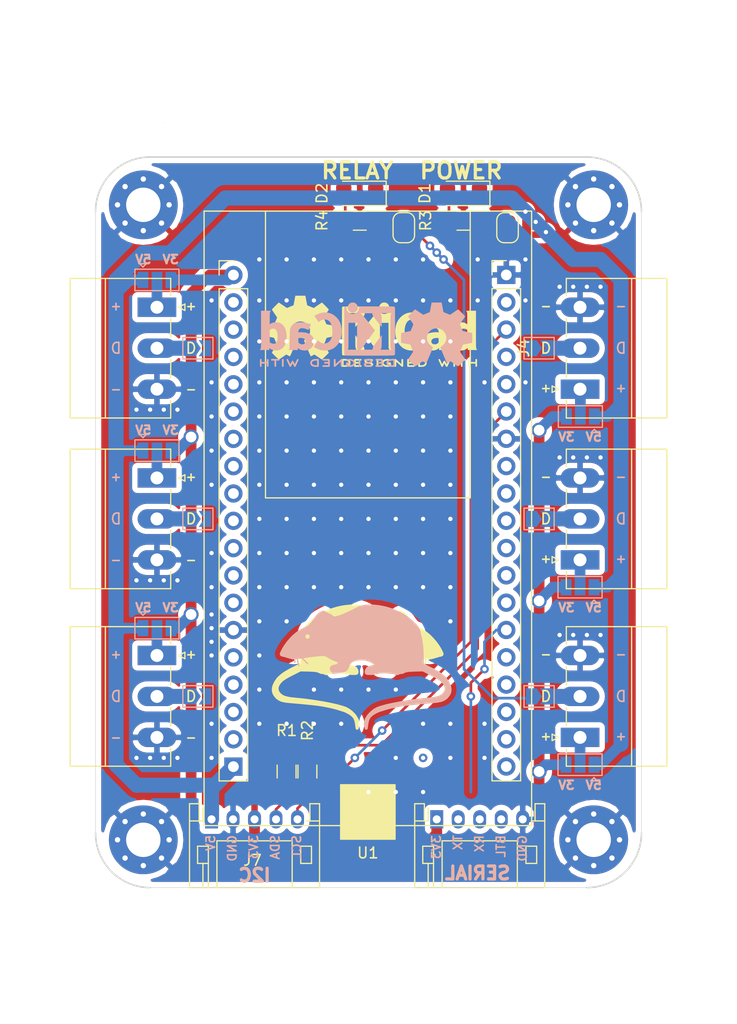
<source format=kicad_pcb>
(kicad_pcb (version 20171130) (host pcbnew "(5.1.7)-1")
  (layers (0 F.Cu signal) (31 B.Cu signal) (34 B.Paste user hide) (35 F.Paste user hide) (36 B.SilkS user hide) (37 F.SilkS user hide) (38 B.Mask user hide) (39 F.Mask user hide) (44 Edge.Cuts user))
  (net 0 "")
  (net 1 GND)
  (net 2 5V)
  (net 3 SDA)
  (net 4 SCL)
  (net 5 3V3)
  (net 6 "Net-(D1-Pad2)")
  (net 7 "Net-(JP1-Pad1)")
  (net 8 "Net-(D2-Pad2)")
  (net 9 RELAY_TRIGGER)
  (net 10 "Net-(JP2-Pad1)")
  (net 11 "Net-(J1-Pad1)")
  (net 12 TEMP_SENSOR)
  (net 13 "Net-(J2-Pad2)")
  (net 14 "Net-(J3-Pad1)")
  (net 15 CURRENT_SENSOR)
  (net 16 "Net-(J4-Pad1)")
  (net 17 LED_DATA)
  (net 18 "Net-(J5-Pad1)")
  (net 19 TX)
  (net 20 RX)
  (net 21 GPIO0)
  (net 22 "Net-(U1-Pad21)")
  (net 23 "Net-(U1-Pad28)")
  (net 24 "Net-(U1-Pad24)")
  (net 25 "Net-(U1-Pad23)")
  (net 26 "Net-(U1-Pad31)")
  (net 27 "Net-(U1-Pad34)")
  (net 28 "Net-(U1-Pad36)")
  (net 29 "Net-(U1-Pad37)")
  (net 30 "Net-(U1-Pad32)")
  (net 31 "Net-(U1-Pad38)")
  (net 32 "Net-(U1-Pad27)")
  (net 33 "Net-(U1-Pad29)")
  (net 34 "Net-(U1-Pad30)")
  (net 35 "Net-(U1-Pad35)")
  (net 36 "Net-(U1-Pad2)")
  (net 37 "Net-(U1-Pad3)")
  (net 38 LEDMATRIX)
  (net 39 "Net-(U1-Pad5)")
  (net 40 "Net-(U1-Pad4)")
  (net 41 "Net-(U1-Pad7)")
  (net 42 "Net-(U1-Pad12)")
  (net 43 "Net-(U1-Pad15)")
  (net 44 "Net-(U1-Pad17)")
  (net 45 "Net-(U1-Pad18)")
  (net 46 "Net-(U1-Pad13)")
  (net 47 "Net-(U1-Pad8)")
  (net 48 "Net-(U1-Pad10)")
  (net 49 "Net-(U1-Pad11)")
  (net 50 "Net-(U1-Pad16)")
  (net 51 "Net-(U1-Pad6)")
  (net 52 "Net-(J1-Pad2)")
  (net 53 "Net-(J3-Pad2)")
  (net 54 "Net-(J4-Pad2)")
  (net 55 "Net-(J5-Pad2)")
  (net 56 "Net-(JP4-Pad1)")
  (net 57 "Net-(J2-Pad1)")
  (net 58 "Net-(J6-Pad1)")
  (net 59 "Net-(J6-Pad2)")
  (net 60 "Net-(JP14-Pad2)")
  (module Connectors_JST:JST_PH_S5B-PH-K_05x2.00mm_Angled (layer F.Cu) (at 60.96 72.39)
    (fp_text reference J8 hide)
    (fp_text value SERIAL (at 3.81 5 180) (layer B.SilkS) (effects (font (size 1.2 1.2) (thickness 0.3)) (justify mirror)))
    (pad 1 thru_hole rect (at 0 0) (size 1.2 1.7) (drill 0.75) (layers *.Cu *.Mask) (net 5 3V3))
    (pad 2 thru_hole oval (at 2 0) (size 1.2 1.7) (drill 0.75) (layers *.Cu *.Mask) (net 19 TX))
    (pad 3 thru_hole oval (at 4 0) (size 1.2 1.7) (drill 0.75) (layers *.Cu *.Mask) (net 20 RX))
    (pad 4 thru_hole oval (at 6 0) (size 1.2 1.7) (drill 0.75) (layers *.Cu *.Mask) (net 21 GPIO0))
    (pad 5 thru_hole oval (at 8 0) (size 1.2 1.7) (drill 0.75) (layers *.Cu *.Mask) (net 1 GND))
  )
  (module Connectors_Phoenix:PhoenixContact_MC-G_03x3.81mm_Angled (layer F.Cu) (at 34.925 24.765 270)
    (fp_text reference J3 hide)
    (fp_text value UNK)
    (pad 1 thru_hole rect (at 0 0 270) (size 1.8 3.6) (drill 1.2) (layers *.Cu *.Mask) (net 14 "Net-(J3-Pad1)"))
    (pad 2 thru_hole oval (at 3.81 0 270) (size 1.8 3.6) (drill 1.2) (layers *.Cu *.Mask) (net 53 "Net-(J3-Pad2)"))
    (pad 3 thru_hole oval (at 7.62 0 270) (size 1.8 3.6) (drill 1.2) (layers *.Cu *.Mask) (net 1 GND))
  )
  (module Connectors_Phoenix:PhoenixContact_MC-G_03x3.81mm_Angled (layer F.Cu) (at 74.295 64.77 90)
    (fp_text reference J6 hide)
    (fp_text value RELAY)
    (pad 1 thru_hole rect (at 0 0 90) (size 1.8 3.6) (drill 1.2) (layers *.Cu *.Mask) (net 58 "Net-(J6-Pad1)"))
    (pad 2 thru_hole oval (at 3.81 0 90) (size 1.8 3.6) (drill 1.2) (layers *.Cu *.Mask) (net 59 "Net-(J6-Pad2)"))
    (pad 3 thru_hole oval (at 7.62 0 90) (size 1.8 3.6) (drill 1.2) (layers *.Cu *.Mask) (net 1 GND))
  )
  (module Connectors_Phoenix:PhoenixContact_MC-G_03x3.81mm_Angled (layer F.Cu) (at 34.925 57.15 270)
    (fp_text reference J2 hide)
    (fp_text value "LED DATA")
    (pad 1 thru_hole rect (at 0 0 270) (size 1.8 3.6) (drill 1.2) (layers *.Cu *.Mask) (net 57 "Net-(J2-Pad1)"))
    (pad 2 thru_hole oval (at 3.81 0 270) (size 1.8 3.6) (drill 1.2) (layers *.Cu *.Mask) (net 13 "Net-(J2-Pad2)"))
    (pad 3 thru_hole oval (at 7.62 0 270) (size 1.8 3.6) (drill 1.2) (layers *.Cu *.Mask) (net 1 GND))
  )
  (module Connectors_Phoenix:PhoenixContact_MC-G_03x3.81mm_Angled (layer F.Cu) (at 74.295 48.26 90)
    (fp_text reference J5 hide)
    (fp_text value CURRENT)
    (pad 1 thru_hole rect (at 0 0 90) (size 1.8 3.6) (drill 1.2) (layers *.Cu *.Mask) (net 18 "Net-(J5-Pad1)"))
    (pad 2 thru_hole oval (at 3.81 0 90) (size 1.8 3.6) (drill 1.2) (layers *.Cu *.Mask) (net 55 "Net-(J5-Pad2)"))
    (pad 3 thru_hole oval (at 7.62 0 90) (size 1.8 3.6) (drill 1.2) (layers *.Cu *.Mask) (net 1 GND))
  )
  (module Connectors_Phoenix:PhoenixContact_MC-G_03x3.81mm_Angled (layer F.Cu) (at 74.295 32.385 90)
    (fp_text reference J4 (at 3.81 -5.25 90) (layer F.SilkS))
    (fp_text value POWER)
    (pad 1 thru_hole rect (at 0 0 90) (size 1.8 3.6) (drill 1.2) (layers *.Cu *.Mask) (net 16 "Net-(J4-Pad1)"))
    (pad 2 thru_hole oval (at 3.81 0 90) (size 1.8 3.6) (drill 1.2) (layers *.Cu *.Mask) (net 54 "Net-(J4-Pad2)"))
    (pad 3 thru_hole oval (at 7.62 0 90) (size 1.8 3.6) (drill 1.2) (layers *.Cu *.Mask) (net 1 GND))
  )
  (module Connectors_Phoenix:PhoenixContact_MC-G_03x3.81mm_Angled (layer F.Cu) (at 34.925 40.64 270)
    (fp_text reference J1 hide)
    (fp_text value TEMPERATURE)
    (pad 1 thru_hole rect (at 0 0 270) (size 1.8 3.6) (drill 1.2) (layers *.Cu *.Mask) (net 11 "Net-(J1-Pad1)"))
    (pad 2 thru_hole oval (at 3.81 0 270) (size 1.8 3.6) (drill 1.2) (layers *.Cu *.Mask) (net 52 "Net-(J1-Pad2)"))
    (pad 3 thru_hole oval (at 7.62 0 270) (size 1.8 3.6) (drill 1.2) (layers *.Cu *.Mask) (net 1 GND))
  )
  (module Connectors_JST:JST_PH_S5B-PH-K_05x2.00mm_Angled (layer F.Cu) (at 40.005 72.39)
    (fp_text reference J7 (at 3.81 3.81) (layer F.SilkS))
    (fp_text value I2C (at 4 5.207) (layer B.SilkS) (effects (font (size 1.2 1.2) (thickness 0.3)) (justify mirror)))
    (pad 1 thru_hole rect (at 0 0) (size 1.2 1.7) (drill 0.75) (layers *.Cu *.Mask) (net 2 5V))
    (pad 2 thru_hole oval (at 2 0) (size 1.2 1.7) (drill 0.75) (layers *.Cu *.Mask) (net 1 GND))
    (pad 3 thru_hole oval (at 4 0) (size 1.2 1.7) (drill 0.75) (layers *.Cu *.Mask) (net 5 3V3))
    (pad 4 thru_hole oval (at 6 0) (size 1.2 1.7) (drill 0.75) (layers *.Cu *.Mask) (net 3 SDA))
    (pad 5 thru_hole oval (at 8 0) (size 1.2 1.7) (drill 0.75) (layers *.Cu *.Mask) (net 4 SCL))
  )
  (module Jumper:SolderJumper-2_P1.3mm_Open_TrianglePad1.0x1.5mm (layer B.Cu) (at 38.735 28.575)
    (fp_text reference JP14 hide)
    (fp_text value SolderJumper_2_Open)
    (pad 1 smd custom (at -0.725 0) (size 0.3 0.3) (layers B.Cu B.Mask) (net 53 "Net-(J3-Pad2)") (options (clearance outline) (anchor rect)) (primitives (gr_poly (pts (xy -0.5 0.75) (xy 0.5 0.75) (xy 1 0) (xy 0.5 -0.75) (xy -0.5 -0.75)) (width 0))))
    (pad 2 smd custom (at 0.725 0) (size 0.3 0.3) (layers B.Cu B.Mask) (net 60 "Net-(JP14-Pad2)") (options (clearance outline) (anchor rect)) (primitives (gr_poly (pts (xy -0.65 0.75) (xy 0.5 0.75) (xy 0.5 -0.75) (xy -0.65 -0.75) (xy -0.15 0)) (width 0))))
  )
  (module Jumper:SolderJumper-3_P1.3mm_Open_Pad1.0x1.5mm (layer B.Cu) (at 34.925 22.225)
    (fp_text reference JP13 hide)
    (fp_text value Jumper_3_Open)
    (pad 1 smd rect (at -1.3 0) (size 1 1.5) (layers B.Cu B.Mask) (net 2 5V))
    (pad 2 smd rect (at 0 0) (size 1 1.5) (layers B.Cu B.Mask) (net 14 "Net-(J3-Pad1)"))
    (pad 3 smd rect (at 1.3 0) (size 1 1.5) (layers B.Cu B.Mask) (net 5 3V3))
  )
  (module Jumper:SolderJumper-3_P1.3mm_Open_Pad1.0x1.5mm (layer B.Cu) (at 74.295 50.8 180)
    (fp_text reference JP10 hide)
    (fp_text value Jumper_3_Open)
    (pad 1 smd rect (at -1.3 0 180) (size 1 1.5) (layers B.Cu B.Mask) (net 2 5V))
    (pad 2 smd rect (at 0 0 180) (size 1 1.5) (layers B.Cu B.Mask) (net 18 "Net-(J5-Pad1)"))
    (pad 3 smd rect (at 1.3 0 180) (size 1 1.5) (layers B.Cu B.Mask) (net 5 3V3))
  )
  (module Jumper:SolderJumper-3_P1.3mm_Open_Pad1.0x1.5mm (layer B.Cu) (at 74.295 67.31 180)
    (fp_text reference JP12 hide)
    (fp_text value Jumper_3_Open)
    (pad 1 smd rect (at -1.3 0 180) (size 1 1.5) (layers B.Cu B.Mask) (net 2 5V))
    (pad 2 smd rect (at 0 0 180) (size 1 1.5) (layers B.Cu B.Mask) (net 58 "Net-(J6-Pad1)"))
    (pad 3 smd rect (at 1.3 0 180) (size 1 1.5) (layers B.Cu B.Mask) (net 5 3V3))
  )
  (module Jumper:SolderJumper-3_P1.3mm_Open_Pad1.0x1.5mm (layer B.Cu) (at 34.925 54.61)
    (fp_text reference JP11 hide)
    (fp_text value Jumper_3_Open)
    (pad 1 smd rect (at -1.3 0) (size 1 1.5) (layers B.Cu B.Mask) (net 2 5V))
    (pad 2 smd rect (at 0 0) (size 1 1.5) (layers B.Cu B.Mask) (net 57 "Net-(J2-Pad1)"))
    (pad 3 smd rect (at 1.3 0) (size 1 1.5) (layers B.Cu B.Mask) (net 5 3V3))
  )
  (module Jumper:SolderJumper-3_P1.3mm_Open_Pad1.0x1.5mm (layer B.Cu) (at 74.325 34.925 180)
    (fp_text reference JP9 hide)
    (fp_text value Jumper_3_Open)
    (pad 1 smd rect (at -1.3 0 180) (size 1 1.5) (layers B.Cu B.Mask) (net 2 5V))
    (pad 2 smd rect (at 0 0 180) (size 1 1.5) (layers B.Cu B.Mask) (net 16 "Net-(J4-Pad1)"))
    (pad 3 smd rect (at 1.3 0 180) (size 1 1.5) (layers B.Cu B.Mask) (net 5 3V3))
  )
  (module Jumper:SolderJumper-3_P1.3mm_Open_Pad1.0x1.5mm (layer B.Cu) (at 34.925 38.1)
    (fp_text reference JP8 hide)
    (fp_text value Jumper_3_Open)
    (pad 1 smd rect (at -1.3 0) (size 1 1.5) (layers B.Cu B.Mask) (net 2 5V))
    (pad 2 smd rect (at 0 0) (size 1 1.5) (layers B.Cu B.Mask) (net 11 "Net-(J1-Pad1)"))
    (pad 3 smd rect (at 1.3 0) (size 1 1.5) (layers B.Cu B.Mask) (net 5 3V3))
  )
  (module Jumper:SolderJumper-2_P1.3mm_Open_TrianglePad1.0x1.5mm (layer B.Cu) (at 70.485 60.96)
    (fp_text reference JP7 hide)
    (fp_text value D)
    (pad 1 smd custom (at -0.725 0) (size 0.3 0.3) (layers B.Cu B.Mask) (net 9 RELAY_TRIGGER) (options (clearance outline) (anchor rect)) (primitives (gr_poly (pts (xy -0.5 0.75) (xy 0.5 0.75) (xy 1 0) (xy 0.5 -0.75) (xy -0.5 -0.75)) (width 0))))
    (pad 2 smd custom (at 0.725 0) (size 0.3 0.3) (layers B.Cu B.Mask) (net 59 "Net-(J6-Pad2)") (options (clearance outline) (anchor rect)) (primitives (gr_poly (pts (xy -0.65 0.75) (xy 0.5 0.75) (xy 0.5 -0.75) (xy -0.65 -0.75) (xy -0.15 0)) (width 0))))
  )
  (module Jumper:SolderJumper-2_P1.3mm_Open_TrianglePad1.0x1.5mm (layer B.Cu) (at 70.485 44.45)
    (fp_text reference JP6 hide)
    (fp_text value D)
    (pad 1 smd custom (at -0.725 0) (size 0.3 0.3) (layers B.Cu B.Mask) (net 15 CURRENT_SENSOR) (options (clearance outline) (anchor rect)) (primitives (gr_poly (pts (xy -0.5 0.75) (xy 0.5 0.75) (xy 1 0) (xy 0.5 -0.75) (xy -0.5 -0.75)) (width 0))))
    (pad 2 smd custom (at 0.725 0) (size 0.3 0.3) (layers B.Cu B.Mask) (net 55 "Net-(J5-Pad2)") (options (clearance outline) (anchor rect)) (primitives (gr_poly (pts (xy -0.65 0.75) (xy 0.5 0.75) (xy 0.5 -0.75) (xy -0.65 -0.75) (xy -0.15 0)) (width 0))))
  )
  (module Jumper:SolderJumper-2_P1.3mm_Open_TrianglePad1.0x1.5mm (layer B.Cu) (at 70.485 28.575)
    (fp_text reference JP4 hide)
    (fp_text value D)
    (pad 1 smd custom (at -0.725 0) (size 0.3 0.3) (layers B.Cu B.Mask) (net 56 "Net-(JP4-Pad1)") (options (clearance outline) (anchor rect)) (primitives (gr_poly (pts (xy -0.5 0.75) (xy 0.5 0.75) (xy 1 0) (xy 0.5 -0.75) (xy -0.5 -0.75)) (width 0))))
    (pad 2 smd custom (at 0.725 0) (size 0.3 0.3) (layers B.Cu B.Mask) (net 54 "Net-(J4-Pad2)") (options (clearance outline) (anchor rect)) (primitives (gr_poly (pts (xy -0.65 0.75) (xy 0.5 0.75) (xy 0.5 -0.75) (xy -0.65 -0.75) (xy -0.15 0)) (width 0))))
  )
  (module Jumper:SolderJumper-2_P1.3mm_Open_TrianglePad1.0x1.5mm (layer B.Cu) (at 38.735 60.96)
    (fp_text reference JP5 hide)
    (fp_text value SolderJumper_2_Open)
    (pad 1 smd custom (at -0.725 0) (size 0.3 0.3) (layers B.Cu B.Mask) (net 13 "Net-(J2-Pad2)") (options (clearance outline) (anchor rect)) (primitives (gr_poly (pts (xy -0.5 0.75) (xy 0.5 0.75) (xy 1 0) (xy 0.5 -0.75) (xy -0.5 -0.75)) (width 0))))
    (pad 2 smd custom (at 0.725 0) (size 0.3 0.3) (layers B.Cu B.Mask) (net 17 LED_DATA) (options (clearance outline) (anchor rect)) (primitives (gr_poly (pts (xy -0.65 0.75) (xy 0.5 0.75) (xy 0.5 -0.75) (xy -0.65 -0.75) (xy -0.15 0)) (width 0))))
  )
  (module Jumper:SolderJumper-2_P1.3mm_Open_TrianglePad1.0x1.5mm (layer B.Cu) (at 38.735 44.45)
    (fp_text reference JP3 hide)
    (fp_text value SolderJumper_2_Open)
    (pad 1 smd custom (at -0.725 0) (size 0.3 0.3) (layers B.Cu B.Mask) (net 52 "Net-(J1-Pad2)") (options (clearance outline) (anchor rect)) (primitives (gr_poly (pts (xy -0.5 0.75) (xy 0.5 0.75) (xy 1 0) (xy 0.5 -0.75) (xy -0.5 -0.75)) (width 0))))
    (pad 2 smd custom (at 0.725 0) (size 0.3 0.3) (layers B.Cu B.Mask) (net 12 TEMP_SENSOR) (options (clearance outline) (anchor rect)) (primitives (gr_poly (pts (xy -0.65 0.75) (xy 0.5 0.75) (xy 0.5 -0.75) (xy -0.65 -0.75) (xy -0.15 0)) (width 0))))
  )
  (module "drz-lib:esp32 38pin azdelivery" (layer F.Cu) (at 54.55 44.4)
    (fp_text reference U1 (at 0 31.115) (layer F.SilkS))
    (fp_text value ESP32-38pins)
    (pad 20 thru_hole rect (at 12.883 -22.6396) (size 1.7 1.7) (drill 1) (layers *.Cu *.Mask) (net 1 GND))
    (pad 21 thru_hole oval (at 12.883 -20.0996) (size 1.7 1.7) (drill 1) (layers *.Cu *.Mask) (net 22 "Net-(U1-Pad21)"))
    (pad 22 thru_hole oval (at 12.883 -17.5596) (size 1.7 1.7) (drill 1) (layers *.Cu *.Mask) (net 4 SCL))
    (pad 28 thru_hole oval (at 12.883 -2.3196) (size 1.7 1.7) (drill 1) (layers *.Cu *.Mask) (net 23 "Net-(U1-Pad28)"))
    (pad 24 thru_hole oval (at 12.883 -12.4796) (size 1.7 1.7) (drill 1) (layers *.Cu *.Mask) (net 24 "Net-(U1-Pad24)"))
    (pad 23 thru_hole oval (at 12.883 -15.0196) (size 1.7 1.7) (drill 1) (layers *.Cu *.Mask) (net 25 "Net-(U1-Pad23)"))
    (pad 26 thru_hole oval (at 12.883 -7.3996) (size 1.7 1.7) (drill 1) (layers *.Cu *.Mask) (net 1 GND))
    (pad 33 thru_hole oval (at 12.883 10.3804) (size 1.7 1.7) (drill 1) (layers *.Cu *.Mask) (net 21 GPIO0))
    (pad 31 thru_hole oval (at 12.883 5.3004) (size 1.7 1.7) (drill 1) (layers *.Cu *.Mask) (net 26 "Net-(U1-Pad31)"))
    (pad 34 thru_hole oval (at 12.883 12.9204) (size 1.7 1.7) (drill 1) (layers *.Cu *.Mask) (net 27 "Net-(U1-Pad34)"))
    (pad 36 thru_hole oval (at 12.883 18.0004) (size 1.7 1.7) (drill 1) (layers *.Cu *.Mask) (net 28 "Net-(U1-Pad36)"))
    (pad 37 thru_hole oval (at 12.883 20.5404) (size 1.7 1.7) (drill 1) (layers *.Cu *.Mask) (net 29 "Net-(U1-Pad37)"))
    (pad 32 thru_hole oval (at 12.883 7.8404) (size 1.7 1.7) (drill 1) (layers *.Cu *.Mask) (net 30 "Net-(U1-Pad32)"))
    (pad 38 thru_hole oval (at 12.883 23.0804) (size 1.7 1.7) (drill 1) (layers *.Cu *.Mask) (net 31 "Net-(U1-Pad38)"))
    (pad 27 thru_hole oval (at 12.883 -4.8596) (size 1.7 1.7) (drill 1) (layers *.Cu *.Mask) (net 32 "Net-(U1-Pad27)"))
    (pad 29 thru_hole oval (at 12.883 0.2204) (size 1.7 1.7) (drill 1) (layers *.Cu *.Mask) (net 33 "Net-(U1-Pad29)"))
    (pad 30 thru_hole oval (at 12.883 2.7604) (size 1.7 1.7) (drill 1) (layers *.Cu *.Mask) (net 34 "Net-(U1-Pad30)"))
    (pad 35 thru_hole oval (at 12.883 15.4604) (size 1.7 1.7) (drill 1) (layers *.Cu *.Mask) (net 35 "Net-(U1-Pad35)"))
    (pad 25 thru_hole oval (at 12.883 -9.9396) (size 1.7 1.7) (drill 1) (layers *.Cu *.Mask) (net 3 SDA))
    (pad 1 thru_hole circle (at -12.5095 -22.6314) (size 1.7 1.7) (drill 1) (layers *.Cu *.Mask) (net 5 3V3))
    (pad 2 thru_hole oval (at -12.5095 -20.0914) (size 1.7 1.7) (drill 1) (layers *.Cu *.Mask) (net 36 "Net-(U1-Pad2)"))
    (pad 3 thru_hole oval (at -12.5095 -17.5514) (size 1.7 1.7) (drill 1) (layers *.Cu *.Mask) (net 37 "Net-(U1-Pad3)"))
    (pad 9 thru_hole oval (at -12.5095 -2.3114) (size 1.7 1.7) (drill 1) (layers *.Cu *.Mask) (net 38 LEDMATRIX))
    (pad 5 thru_hole oval (at -12.5095 -12.4714) (size 1.7 1.7) (drill 1) (layers *.Cu *.Mask) (net 39 "Net-(U1-Pad5)"))
    (pad 4 thru_hole oval (at -12.5095 -15.0114) (size 1.7 1.7) (drill 1) (layers *.Cu *.Mask) (net 40 "Net-(U1-Pad4)"))
    (pad 7 thru_hole oval (at -12.5095 -7.3914) (size 1.7 1.7) (drill 1) (layers *.Cu *.Mask) (net 41 "Net-(U1-Pad7)"))
    (pad 14 thru_hole oval (at -12.5095 10.3886) (size 1.7 1.7) (drill 1) (layers *.Cu *.Mask) (net 1 GND))
    (pad 12 thru_hole oval (at -12.5095 5.3086) (size 1.7 1.7) (drill 1) (layers *.Cu *.Mask) (net 42 "Net-(U1-Pad12)"))
    (pad 15 thru_hole oval (at -12.5095 12.9286) (size 1.7 1.7) (drill 1) (layers *.Cu *.Mask) (net 43 "Net-(U1-Pad15)"))
    (pad 17 thru_hole oval (at -12.5095 18.0086) (size 1.7 1.7) (drill 1) (layers *.Cu *.Mask) (net 44 "Net-(U1-Pad17)"))
    (pad 18 thru_hole oval (at -12.5095 20.5486) (size 1.7 1.7) (drill 1) (layers *.Cu *.Mask) (net 45 "Net-(U1-Pad18)"))
    (pad 13 thru_hole oval (at -12.5095 7.8486) (size 1.7 1.7) (drill 1) (layers *.Cu *.Mask) (net 46 "Net-(U1-Pad13)"))
    (pad 19 thru_hole rect (at -12.5095 23.0886) (size 1.7 1.7) (drill 1) (layers *.Cu *.Mask) (net 2 5V))
    (pad 8 thru_hole oval (at -12.5095 -4.8514) (size 1.7 1.7) (drill 1) (layers *.Cu *.Mask) (net 47 "Net-(U1-Pad8)"))
    (pad 10 thru_hole oval (at -12.5095 0.2286) (size 1.7 1.7) (drill 1) (layers *.Cu *.Mask) (net 48 "Net-(U1-Pad10)"))
    (pad 11 thru_hole oval (at -12.5095 2.7686) (size 1.7 1.7) (drill 1) (layers *.Cu *.Mask) (net 49 "Net-(U1-Pad11)"))
    (pad 16 thru_hole oval (at -12.5095 15.4686) (size 1.7 1.7) (drill 1) (layers *.Cu *.Mask) (net 50 "Net-(U1-Pad16)"))
    (pad 6 thru_hole oval (at -12.5095 -9.9314) (size 1.7 1.7) (drill 1) (layers *.Cu *.Mask) (net 51 "Net-(U1-Pad6)"))
  )
  (module Resistors_SMD:R_0805_HandSoldering (layer F.Cu) (at 53.7955 16.717 180)
    (fp_text reference R4 (at 3.5195 0 90 unlocked) (layer F.SilkS))
    (fp_text value 51)
    (pad 1 smd rect (at -1.35 0 180) (size 1.5 1.3) (layers F.Cu F.Paste F.Mask) (net 10 "Net-(JP2-Pad1)"))
    (pad 2 smd rect (at 1.35 0 180) (size 1.5 1.3) (layers F.Cu F.Paste F.Mask) (net 8 "Net-(D2-Pad2)"))
  )
  (module Jumper:SolderJumper-2_P1.3mm_Open_RoundedPad1.0x1.5mm (layer F.Cu) (at 57.896 17.367 270)
    (fp_text reference JP2 hide)
    (fp_text value PLJP)
    (pad 2 smd custom (at 0.65 0 270) (size 1 0.5) (layers F.Cu F.Mask) (net 9 RELAY_TRIGGER) (options (clearance outline) (anchor rect)) (primitives (gr_circle (center 0 0.25) (end 0.5 0.25) (width 0)) (gr_circle (center 0 -0.25) (end 0.5 -0.25) (width 0)) (gr_poly (pts (xy 0 -0.75) (xy -0.5 -0.75) (xy -0.5 0.75) (xy 0 0.75)) (width 0))))
    (pad 1 smd custom (at -0.65 0 270) (size 1 0.5) (layers F.Cu F.Mask) (net 10 "Net-(JP2-Pad1)") (options (clearance outline) (anchor rect)) (primitives (gr_circle (center 0 0.25) (end 0.5 0.25) (width 0)) (gr_circle (center 0 -0.25) (end 0.5 -0.25) (width 0)) (gr_poly (pts (xy 0 -0.75) (xy 0.5 -0.75) (xy 0.5 0.75) (xy 0 0.75)) (width 0))))
  )
  (module LED_SMD:LED_1206_3216Metric_Pad1.42x1.75mm_HandSolder (layer F.Cu) (at 53.7955 14.177 180)
    (fp_text reference D2 (at 3.5195 0 90 unlocked) (layer F.SilkS))
    (fp_text value RELAY)
    (pad 2 smd roundrect (at 1.4875 0 180) (size 1.425 1.75) (layers F.Cu F.Paste F.Mask) (roundrect_rratio 0.175439) (net 8 "Net-(D2-Pad2)"))
    (pad 1 smd roundrect (at -1.4875 0 180) (size 1.425 1.75) (layers F.Cu F.Paste F.Mask) (roundrect_rratio 0.175439) (net 1 GND))
  )
  (module Symbols:OSHW-Symbol_6.7x6mm_SilkScreen (layer F.Cu) (at 48.26 26.67)
    (fp_text reference REF*** hide)
    (fp_text value OSHW-Symbol_6.7x6mm_SilkScreen hide)
  )
  (module Symbols:KiCad-Logo2_6mm_SilkScreen (layer F.Cu) (at 58.42 27.305)
    (fp_text reference REF*** hide)
    (fp_text value KiCad-Logo2_6mm_SilkScreen hide)
  )
  (module Symbols:OSHW-Symbol_6.7x6mm_SilkScreen (layer B.Cu) (at 60.96 27.305 180)
    (fp_text reference REF*** hide)
    (fp_text value OSHW-Symbol_6.7x6mm_SilkScreen hide)
  )
  (module Symbols:KiCad-Logo2_6mm_SilkScreen (layer B.Cu) (at 50.8 27.305 180)
    (fp_text reference REF*** hide)
    (fp_text value KiCad-Logo2_6mm_SilkScreen hide)
  )
  (module zillo-mini-devkit:LOGO_RAT (layer B.Cu) (at 53.975 55.88 180)
    (fp_text reference REF** (at 0 -0.5) (layer B.SilkS) (effects (justify mirror)))
    (fp_text value LOGO_RAT hide)
    (fp_poly (pts (xy -5.538 1.139) (xy -5.449 1.185) (xy -5.185 0.762) (xy -5.212 0.744) (xy -5.234 0.727) (xy -5.257 0.705) (xy -5.272 0.688) (xy -5.287 0.667) (xy -5.299 0.647) (xy -5.308 0.63) (xy -5.316 0.613) (xy -5.321 0.599) (xy -5.325 0.583) (xy -5.328 0.571) (xy -5.332 0.552) (xy -5.334 0.54) (xy -5.337 0.523) (xy -5.338 0.511) (xy -5.338 0.496) (xy -5.338 0.481) (xy -5.337 0.465) (xy -5.334 0.446) (xy -5.329 0.423) (xy -5.324 0.407) (xy -5.318 0.389) (xy -5.309 0.368) (xy -5.295 0.343) (xy -5.284 0.326) (xy -5.271 0.309) (xy -5.258 0.293) (xy -5.242 0.278) (xy -5.209 0.251) (xy -5.188 0.238) (xy -5.171 0.229) (xy -5.152 0.221) (xy -5.131 0.213) (xy -5.102 0.205) (xy -5.055 0.198) (xy -5.017 0.198) (xy -4.973 0.204) (xy -4.935 0.216) (xy -4.902 0.23) (xy -4.875 0.246) (xy -4.858 0.258) (xy -4.828 0.283) (xy -4.797 0.317) (xy -4.78 0.342) (xy -4.76 0.38) (xy -4.75 0.41) (xy -4.745 0.431) (xy -4.74 0.458) (xy -4.737 0.5) (xy -4.739 0.536) (xy -4.748 0.579) (xy -4.765 0.625) (xy -4.783 0.66) (xy -4.809 0.694) (xy -4.821 0.707) (xy -4.838 0.723) (xy -4.848 0.732) (xy -4.87 0.748) (xy -4.893 0.762) (xy -4.905 0.768) (xy -4.92 0.776) (xy -4.931 0.78) (xy -4.95 0.786) (xy -4.96 0.789) (xy -4.972 0.792) (xy -4.982 0.794) (xy -4.995 0.796) (xy -5.012 0.798) (xy -5.03 0.799) (xy -5.057 0.799) (xy -5.082 0.797) (xy -5.118 0.791) (xy -5.144 0.782) (xy -5.163 0.773) (xy -5.178 0.765) (xy -5.181 0.763) (xy -5.446 1.187) (xy -5.281 1.275) (xy -5.061 1.366) (xy -4.953 1.428) (xy -4.85 1.501) (xy -4.748 1.609) (xy -4.627 1.758) (xy -4.477 1.97) (xy -4.354 2.148) (xy -4.203 2.346) (xy -4.084 2.486) (xy -3.995 2.577) (xy -3.867 2.674) (xy -3.758 2.737) (xy -3.653 2.787) (xy -3.57 2.799) (xy -3.514 2.79) (xy -3.438 2.759) (xy -3.322 2.696) (xy -3.227 2.625) (xy -3.133 2.569) (xy -3.048 2.546) (xy -2.949 2.511) (xy -2.871 2.464) (xy -2.807 2.412) (xy -2.704 2.332) (xy -2.634 2.278) (xy -2.558 2.267) (xy -2.444 2.269) (xy -2.295 2.305) (xy -2.023 2.383) (xy -1.618 2.542) (xy -1.359 2.658) (xy -0.899 2.875) (xy -0.469 3.089) (xy -0.308 3.17) (xy -0.114 3.247) (xy 0.046 3.297) (xy 0.225 3.338) (xy 0.385 3.358) (xy 0.528 3.366) (xy 0.69 3.373) (xy 0.8 3.372) (xy 0.993 3.37) (xy 1.135 3.364) (xy 1.278 3.35) (xy 1.497 3.328) (xy 1.639 3.308) (xy 1.864 3.27) (xy 2.015 3.24) (xy 2.212 3.194) (xy 2.357 3.155) (xy 2.604 3.085) (xy 2.79 3.017) (xy 3.089 2.904) (xy 3.604 2.649) (xy 4.017 2.422) (xy 4.139 2.347) (xy 4.406 2.134) (xy 4.908 1.685) (xy 5.073 1.519) (xy 5.141 1.417) (xy 5.221 1.283) (xy 5.313 1.118) (xy 5.373 0.92) (xy 5.437 0.676) (xy 5.519 0.295) (xy 5.572 0.008) (xy 5.614 -0.295) (xy 5.648 -0.668) (xy 5.673 -1.234) (xy 5.681 -2.081) (xy 5.713 -2.101) (xy 6.21 -2.347) (xy 6.613 -2.543) (xy 7.101 -2.825) (xy 7.337 -2.986) (xy 7.5 -3.11) (xy 7.675 -3.269) (xy 7.804 -3.397) (xy 7.902 -3.529) (xy 7.992 -3.661) (xy 8.075 -3.796) (xy 8.164 -3.99) (xy 8.23 -4.173) (xy 8.256 -4.327) (xy 8.261 -4.46) (xy 8.253 -4.58) (xy 8.229 -4.692) (xy 8.184 -4.818) (xy 8.116 -4.936) (xy 8.036 -5.05) (xy 7.893 -5.213) (xy 7.707 -5.347) (xy 7.552 -5.43) (xy 7.396 -5.484) (xy 7.101 -5.548) (xy 6.744 -5.587) (xy 5.63 -5.684) (xy 4.822 -5.765) (xy 4.469 -5.803) (xy 4.039 -5.855) (xy 3.653 -5.912) (xy 3.212 -5.995) (xy 2.763 -6.093) (xy 2.316 -6.207) (xy 1.981 -6.314) (xy 1.67 -6.409) (xy 1.497 -6.475) (xy 1.308 -6.57) (xy 1.137 -6.665) (xy 0.99 -6.76) (xy 0.879 -6.857) (xy 0.767 -6.965) (xy 0.687 -7.075) (xy 0.63 -7.199) (xy 0.585 -7.308) (xy 0.561 -7.422) (xy 0.532 -7.572) (xy 0.509 -7.711) (xy 0.492 -7.85) (xy 0.483 -7.923) (xy 0.476 -7.995) (xy 0.469 -8.031) (xy 0.455 -8.048) (xy 0.424 -8.076) (xy 0.415 -8.078) (xy 0.401 -8.06) (xy 0.392 -8.034) (xy 0.382 -8.001) (xy 0.365 -7.94) (xy 0.348 -7.876) (xy 0.329 -7.812) (xy 0.311 -7.728) (xy 0.31 -7.662) (xy 0.307 -7.579) (xy 0.317 -7.508) (xy 0.329 -7.435) (xy 0.352 -7.338) (xy 0.379 -7.259) (xy 0.411 -7.176) (xy 0.448 -7.1) (xy 0.501 -7.006) (xy 0.565 -6.905) (xy 0.648 -6.793) (xy 0.744 -6.688) (xy 0.813 -6.619) (xy 0.912 -6.52) (xy 1.043 -6.418) (xy 1.147 -6.335) (xy 1.252 -6.269) (xy 1.484 -6.145) (xy 1.731 -6.062) (xy 1.822 -6.033) (xy 1.969 -5.989) (xy 2.347 -5.886) (xy 2.9 -5.765) (xy 3.568 -5.635) (xy 4.475 -5.487) (xy 5.185 -5.39) (xy 5.635 -5.339) (xy 5.965 -5.31) (xy 6.499 -5.253) (xy 6.72 -5.227) (xy 6.932 -5.18) (xy 7.112 -5.134) (xy 7.232 -5.093) (xy 7.41 -5.005) (xy 7.542 -4.907) (xy 7.621 -4.828) (xy 7.699 -4.735) (xy 7.766 -4.629) (xy 7.811 -4.517) (xy 7.828 -4.423) (xy 7.83 -4.334) (xy 7.823 -4.249) (xy 7.801 -4.149) (xy 7.768 -4.062) (xy 7.684 -3.91) (xy 7.64 -3.849) (xy 7.589 -3.782) (xy 7.554 -3.738) (xy 7.502 -3.687) (xy 7.417 -3.596) (xy 7.341 -3.536) (xy 7.253 -3.479) (xy 7.122 -3.392) (xy 6.986 -3.308) (xy 6.821 -3.216) (xy 6.713 -3.161) (xy 6.489 -3.046) (xy 6.142 -2.87) (xy 5.879 -2.735) (xy 5.729 -2.661) (xy 5.704 -2.649) (xy 5.686 -2.648) (xy 5.355 -2.654) (xy 4.952 -2.663) (xy 4.588 -2.679) (xy 4.381 -2.69) (xy 4.207 -2.72) (xy 4.129 -2.732) (xy 4.046 -2.76) (xy 3.95 -2.798) (xy 3.89 -2.832) (xy 3.824 -2.859) (xy 3.761 -2.879) (xy 3.669 -2.887) (xy 3.572 -2.9) (xy 3.5 -2.91) (xy 3.469 -2.927) (xy 3.415 -2.962) (xy 3.366 -2.977) (xy 3.323 -2.984) (xy 3.266 -2.985) (xy 3.22 -2.984) (xy 3.159 -2.963) (xy 3.113 -2.951) (xy 3.037 -2.923) (xy 2.944 -2.898) (xy 2.816 -2.876) (xy 2.548 -2.846) (xy 2.41 -2.839) (xy 2.214 -2.825) (xy 2.012 -2.822) (xy 1.818 -2.83) (xy 1.628 -2.852) (xy 1.466 -2.88) (xy 1.306 -2.924) (xy 1.199 -2.948) (xy 1.078 -2.966) (xy 0.946 -2.977) (xy 0.789 -2.979) (xy 0.6 -2.977) (xy 0.518 -2.968) (xy 0.465 -2.954) (xy 0.438 -2.938) (xy 0.42 -2.917) (xy 0.408 -2.888) (xy 0.401 -2.853) (xy 0.396 -2.808) (xy 0.395 -2.757) (xy 0.4 -2.705) (xy 0.409 -2.656) (xy 0.433 -2.586) (xy 0.47 -2.519) (xy 0.528 -2.439) (xy 0.583 -2.398) (xy 0.645 -2.371) (xy 0.784 -2.329) (xy 1.06 -2.257) (xy 1.207 -2.216) (xy 1.292 -2.162) (xy 1.335 -2.129) (xy 1.348 -2.106) (xy 1.326 -2.07) (xy 1.272 -2.033) (xy 1.193 -1.992) (xy 1.065 -1.918) (xy 0.772 -1.773) (xy 0.581 -1.7) (xy 0.543 -1.685) (xy 0.435 -1.655) (xy 0.293 -1.632) (xy 0.084 -1.617) (xy -0.07 -1.617) (xy -0.356 -1.623) (xy -0.501 -1.643) (xy -0.623 -1.671) (xy -0.732 -1.713) (xy -0.85 -1.763) (xy -0.911 -1.796) (xy -0.979 -1.847) (xy -1.034 -1.899) (xy -1.104 -1.984) (xy -1.156 -2.052) (xy -1.206 -2.16) (xy -1.249 -2.261) (xy -1.301 -2.385) (xy -1.335 -2.457) (xy -1.371 -2.512) (xy -1.398 -2.551) (xy -1.415 -2.572) (xy -1.448 -2.604) (xy -1.488 -2.634) (xy -1.6 -2.705) (xy -1.727 -2.754) (xy -1.943 -2.781) (xy -2.146 -2.815) (xy -2.41 -2.838) (xy -2.572 -2.861) (xy -2.605 -2.874) (xy -2.633 -2.87) (xy -2.671 -2.848) (xy -2.709 -2.8) (xy -2.737 -2.764) (xy -2.78 -2.71) (xy -2.823 -2.636) (xy -2.848 -2.574) (xy -2.865 -2.509) (xy -2.864 -2.441) (xy -2.832 -2.37) (xy -2.784 -2.314) (xy -2.733 -2.284) (xy -2.667 -2.252) (xy -2.558 -2.228) (xy -2.397 -2.197) (xy -2.289 -2.163) (xy -2.22 -2.113) (xy -2.177 -2.07) (xy -2.148 -2.014) (xy -2.135 -1.965) (xy -2.132 -1.92) (xy -2.141 -1.869) (xy -2.15 -1.841) (xy -2.167 -1.823) (xy -2.19 -1.809) (xy -2.22 -1.79) (xy -2.295 -1.762) (xy -2.445 -1.709) (xy -2.62 -1.642) (xy -2.689 -1.613) (xy -2.783 -1.563) (xy -2.893 -1.504) (xy -3.193 -1.325) (xy -3.304 -1.275) (xy -3.489 -1.222) (xy -3.647 -1.211) (xy -3.752 -1.225) (xy -3.963 -1.24) (xy -4.406 -1.281) (xy -4.664 -1.315) (xy -4.924 -1.349) (xy -5.16 -1.381) (xy -5.425 -1.426) (xy -5.848 -1.481) (xy -5.978 -1.503) (xy -6.181 -1.521) (xy -6.342 -1.525) (xy -6.454 -1.515) (xy -6.546 -1.497) (xy -6.812 -1.421) (xy -7.015 -1.361) (xy -7.099 -1.332) (xy -7.222 -1.298) (xy -7.359 -1.274) (xy -7.424 -1.254) (xy -7.472 -1.228) (xy -7.504 -1.195) (xy -7.516 -1.15) (xy -7.518 -1.097) (xy -7.485 -1.014) (xy -7.428 -0.883) (xy -7.305 -0.646) (xy -7.167 -0.415) (xy -6.996 -0.171) (xy -6.874 -0.009) (xy -6.647 0.251) (xy -6.482 0.432) (xy -6.25 0.65) (xy -6.007 0.846) (xy -5.859 0.949) (xy -5.719 1.032) (xy -5.619 1.092)) (layer F.Cu) (width 0.1))
    (pad 1 smd circle (at -5.047 0.527 180) (size 0.6 0.6) (layers F.Cu F.Mask))
  )
  (module zillo-mini-devkit:LOGO_RAT (layer F.Cu) (at 53.975 55.88)
    (fp_text reference REF** (at 0 0.5) (layer F.SilkS))
    (fp_text value LOGO_RAT)
    (fp_poly (pts (xy -5.538 -1.139) (xy -5.449 -1.185) (xy -5.185 -0.762) (xy -5.212 -0.744) (xy -5.234 -0.727) (xy -5.257 -0.705) (xy -5.272 -0.688) (xy -5.287 -0.667) (xy -5.299 -0.647) (xy -5.308 -0.63) (xy -5.316 -0.613) (xy -5.321 -0.599) (xy -5.325 -0.583) (xy -5.328 -0.571) (xy -5.332 -0.552) (xy -5.334 -0.54) (xy -5.337 -0.523) (xy -5.338 -0.511) (xy -5.338 -0.496) (xy -5.338 -0.481) (xy -5.337 -0.465) (xy -5.334 -0.446) (xy -5.329 -0.423) (xy -5.324 -0.407) (xy -5.318 -0.389) (xy -5.309 -0.368) (xy -5.295 -0.343) (xy -5.284 -0.326) (xy -5.271 -0.309) (xy -5.258 -0.293) (xy -5.242 -0.278) (xy -5.209 -0.251) (xy -5.188 -0.238) (xy -5.171 -0.229) (xy -5.152 -0.221) (xy -5.131 -0.213) (xy -5.102 -0.205) (xy -5.055 -0.198) (xy -5.017 -0.198) (xy -4.973 -0.204) (xy -4.935 -0.216) (xy -4.902 -0.23) (xy -4.875 -0.246) (xy -4.858 -0.258) (xy -4.828 -0.283) (xy -4.797 -0.317) (xy -4.78 -0.342) (xy -4.76 -0.38) (xy -4.75 -0.41) (xy -4.745 -0.431) (xy -4.74 -0.458) (xy -4.737 -0.5) (xy -4.739 -0.536) (xy -4.748 -0.579) (xy -4.765 -0.625) (xy -4.783 -0.66) (xy -4.809 -0.694) (xy -4.821 -0.707) (xy -4.838 -0.723) (xy -4.848 -0.732) (xy -4.87 -0.748) (xy -4.893 -0.762) (xy -4.905 -0.768) (xy -4.92 -0.776) (xy -4.931 -0.78) (xy -4.95 -0.786) (xy -4.96 -0.789) (xy -4.972 -0.792) (xy -4.982 -0.794) (xy -4.995 -0.796) (xy -5.012 -0.798) (xy -5.03 -0.799) (xy -5.057 -0.799) (xy -5.082 -0.797) (xy -5.118 -0.791) (xy -5.144 -0.782) (xy -5.163 -0.773) (xy -5.178 -0.765) (xy -5.181 -0.763) (xy -5.446 -1.187) (xy -5.281 -1.275) (xy -5.061 -1.366) (xy -4.953 -1.428) (xy -4.85 -1.501) (xy -4.748 -1.609) (xy -4.627 -1.758) (xy -4.477 -1.97) (xy -4.354 -2.148) (xy -4.203 -2.346) (xy -4.084 -2.486) (xy -3.995 -2.577) (xy -3.867 -2.674) (xy -3.758 -2.737) (xy -3.653 -2.787) (xy -3.57 -2.799) (xy -3.514 -2.79) (xy -3.438 -2.759) (xy -3.322 -2.696) (xy -3.227 -2.625) (xy -3.133 -2.569) (xy -3.048 -2.546) (xy -2.949 -2.511) (xy -2.871 -2.464) (xy -2.807 -2.412) (xy -2.704 -2.332) (xy -2.634 -2.278) (xy -2.558 -2.267) (xy -2.444 -2.269) (xy -2.295 -2.305) (xy -2.023 -2.383) (xy -1.618 -2.542) (xy -1.359 -2.658) (xy -0.899 -2.875) (xy -0.469 -3.089) (xy -0.308 -3.17) (xy -0.114 -3.247) (xy 0.046 -3.297) (xy 0.225 -3.338) (xy 0.385 -3.358) (xy 0.528 -3.366) (xy 0.69 -3.373) (xy 0.8 -3.372) (xy 0.993 -3.37) (xy 1.135 -3.364) (xy 1.278 -3.35) (xy 1.497 -3.328) (xy 1.639 -3.308) (xy 1.864 -3.27) (xy 2.015 -3.24) (xy 2.212 -3.194) (xy 2.357 -3.155) (xy 2.604 -3.085) (xy 2.79 -3.017) (xy 3.089 -2.904) (xy 3.604 -2.649) (xy 4.017 -2.422) (xy 4.139 -2.347) (xy 4.406 -2.134) (xy 4.908 -1.685) (xy 5.073 -1.519) (xy 5.141 -1.417) (xy 5.221 -1.283) (xy 5.313 -1.118) (xy 5.373 -0.92) (xy 5.437 -0.676) (xy 5.519 -0.295) (xy 5.572 -0.008) (xy 5.614 0.295) (xy 5.648 0.668) (xy 5.673 1.234) (xy 5.681 2.081) (xy 5.713 2.101) (xy 6.21 2.347) (xy 6.613 2.543) (xy 7.101 2.825) (xy 7.337 2.986) (xy 7.5 3.11) (xy 7.675 3.269) (xy 7.804 3.397) (xy 7.902 3.529) (xy 7.992 3.661) (xy 8.075 3.796) (xy 8.164 3.99) (xy 8.23 4.173) (xy 8.256 4.327) (xy 8.261 4.46) (xy 8.253 4.58) (xy 8.229 4.692) (xy 8.184 4.818) (xy 8.116 4.936) (xy 8.036 5.05) (xy 7.893 5.213) (xy 7.707 5.347) (xy 7.552 5.43) (xy 7.396 5.484) (xy 7.101 5.548) (xy 6.744 5.587) (xy 5.63 5.684) (xy 4.822 5.765) (xy 4.469 5.803) (xy 4.039 5.855) (xy 3.653 5.912) (xy 3.212 5.995) (xy 2.763 6.093) (xy 2.316 6.207) (xy 1.981 6.314) (xy 1.67 6.409) (xy 1.497 6.475) (xy 1.308 6.57) (xy 1.137 6.665) (xy 0.99 6.76) (xy 0.879 6.857) (xy 0.767 6.965) (xy 0.687 7.075) (xy 0.63 7.199) (xy 0.585 7.308) (xy 0.561 7.422) (xy 0.532 7.572) (xy 0.509 7.711) (xy 0.492 7.85) (xy 0.483 7.923) (xy 0.476 7.995) (xy 0.469 8.031) (xy 0.455 8.048) (xy 0.424 8.076) (xy 0.415 8.078) (xy 0.401 8.06) (xy 0.392 8.034) (xy 0.382 8.001) (xy 0.365 7.94) (xy 0.348 7.876) (xy 0.329 7.812) (xy 0.311 7.728) (xy 0.31 7.662) (xy 0.307 7.579) (xy 0.317 7.508) (xy 0.329 7.435) (xy 0.352 7.338) (xy 0.379 7.259) (xy 0.411 7.176) (xy 0.448 7.1) (xy 0.501 7.006) (xy 0.565 6.905) (xy 0.648 6.793) (xy 0.744 6.688) (xy 0.813 6.619) (xy 0.912 6.52) (xy 1.043 6.418) (xy 1.147 6.335) (xy 1.252 6.269) (xy 1.484 6.145) (xy 1.731 6.062) (xy 1.822 6.033) (xy 1.969 5.989) (xy 2.347 5.886) (xy 2.9 5.765) (xy 3.568 5.635) (xy 4.475 5.487) (xy 5.185 5.39) (xy 5.635 5.339) (xy 5.965 5.31) (xy 6.499 5.253) (xy 6.72 5.227) (xy 6.932 5.18) (xy 7.112 5.134) (xy 7.232 5.093) (xy 7.41 5.005) (xy 7.542 4.907) (xy 7.621 4.828) (xy 7.699 4.735) (xy 7.766 4.629) (xy 7.811 4.517) (xy 7.828 4.423) (xy 7.83 4.334) (xy 7.823 4.249) (xy 7.801 4.149) (xy 7.768 4.062) (xy 7.684 3.91) (xy 7.64 3.849) (xy 7.589 3.782) (xy 7.554 3.738) (xy 7.502 3.687) (xy 7.417 3.596) (xy 7.341 3.536) (xy 7.253 3.479) (xy 7.122 3.392) (xy 6.986 3.308) (xy 6.821 3.216) (xy 6.713 3.161) (xy 6.489 3.046) (xy 6.142 2.87) (xy 5.879 2.735) (xy 5.729 2.661) (xy 5.704 2.649) (xy 5.686 2.648) (xy 5.355 2.654) (xy 4.952 2.663) (xy 4.588 2.679) (xy 4.381 2.69) (xy 4.207 2.72) (xy 4.129 2.732) (xy 4.046 2.76) (xy 3.95 2.798) (xy 3.89 2.832) (xy 3.824 2.859) (xy 3.761 2.879) (xy 3.669 2.887) (xy 3.572 2.9) (xy 3.5 2.91) (xy 3.469 2.927) (xy 3.415 2.962) (xy 3.366 2.977) (xy 3.323 2.984) (xy 3.266 2.985) (xy 3.22 2.984) (xy 3.159 2.963) (xy 3.113 2.951) (xy 3.037 2.923) (xy 2.944 2.898) (xy 2.816 2.876) (xy 2.548 2.846) (xy 2.41 2.839) (xy 2.214 2.825) (xy 2.012 2.822) (xy 1.818 2.83) (xy 1.628 2.852) (xy 1.466 2.88) (xy 1.306 2.924) (xy 1.199 2.948) (xy 1.078 2.966) (xy 0.946 2.977) (xy 0.789 2.979) (xy 0.6 2.977) (xy 0.518 2.968) (xy 0.465 2.954) (xy 0.438 2.938) (xy 0.42 2.917) (xy 0.408 2.888) (xy 0.401 2.853) (xy 0.396 2.808) (xy 0.395 2.757) (xy 0.4 2.705) (xy 0.409 2.656) (xy 0.433 2.586) (xy 0.47 2.519) (xy 0.528 2.439) (xy 0.583 2.398) (xy 0.645 2.371) (xy 0.784 2.329) (xy 1.06 2.257) (xy 1.207 2.216) (xy 1.292 2.162) (xy 1.335 2.129) (xy 1.348 2.106) (xy 1.326 2.07) (xy 1.272 2.033) (xy 1.193 1.992) (xy 1.065 1.918) (xy 0.772 1.773) (xy 0.581 1.7) (xy 0.543 1.685) (xy 0.435 1.655) (xy 0.293 1.632) (xy 0.084 1.617) (xy -0.07 1.617) (xy -0.356 1.623) (xy -0.501 1.643) (xy -0.623 1.671) (xy -0.732 1.713) (xy -0.85 1.763) (xy -0.911 1.796) (xy -0.979 1.847) (xy -1.034 1.899) (xy -1.104 1.984) (xy -1.156 2.052) (xy -1.206 2.16) (xy -1.249 2.261) (xy -1.301 2.385) (xy -1.335 2.457) (xy -1.371 2.512) (xy -1.398 2.551) (xy -1.415 2.572) (xy -1.448 2.604) (xy -1.488 2.634) (xy -1.6 2.705) (xy -1.727 2.754) (xy -1.943 2.781) (xy -2.146 2.815) (xy -2.41 2.838) (xy -2.572 2.861) (xy -2.605 2.874) (xy -2.633 2.87) (xy -2.671 2.848) (xy -2.709 2.8) (xy -2.737 2.764) (xy -2.78 2.71) (xy -2.823 2.636) (xy -2.848 2.574) (xy -2.865 2.509) (xy -2.864 2.441) (xy -2.832 2.37) (xy -2.784 2.314) (xy -2.733 2.284) (xy -2.667 2.252) (xy -2.558 2.228) (xy -2.397 2.197) (xy -2.289 2.163) (xy -2.22 2.113) (xy -2.177 2.07) (xy -2.148 2.014) (xy -2.135 1.965) (xy -2.132 1.92) (xy -2.141 1.869) (xy -2.15 1.841) (xy -2.167 1.823) (xy -2.19 1.809) (xy -2.22 1.79) (xy -2.295 1.762) (xy -2.445 1.709) (xy -2.62 1.642) (xy -2.689 1.613) (xy -2.783 1.563) (xy -2.893 1.504) (xy -3.193 1.325) (xy -3.304 1.275) (xy -3.489 1.222) (xy -3.647 1.211) (xy -3.752 1.225) (xy -3.963 1.24) (xy -4.406 1.281) (xy -4.664 1.315) (xy -4.924 1.349) (xy -5.16 1.381) (xy -5.425 1.426) (xy -5.848 1.481) (xy -5.978 1.503) (xy -6.181 1.521) (xy -6.342 1.525) (xy -6.454 1.515) (xy -6.546 1.497) (xy -6.812 1.421) (xy -7.015 1.361) (xy -7.099 1.332) (xy -7.222 1.298) (xy -7.359 1.274) (xy -7.424 1.254) (xy -7.472 1.228) (xy -7.504 1.195) (xy -7.516 1.15) (xy -7.518 1.097) (xy -7.485 1.014) (xy -7.428 0.883) (xy -7.305 0.646) (xy -7.167 0.415) (xy -6.996 0.171) (xy -6.874 0.009) (xy -6.647 -0.251) (xy -6.482 -0.432) (xy -6.25 -0.65) (xy -6.007 -0.846) (xy -5.859 -0.949) (xy -5.719 -1.032) (xy -5.619 -1.092)) (layer B.Cu) (width 0.1))
    (pad 1 smd circle (at -5.047 -0.527) (size 0.6 0.6) (layers B.Cu B.Mask))
  )
  (module Jumper:SolderJumper-2_P1.3mm_Open_RoundedPad1.0x1.5mm (layer F.Cu) (at 67.548 17.367 270)
    (fp_text reference JP1 hide)
    (fp_text value PLJP)
    (pad 2 smd custom (at 0.65 0 270) (size 1 0.5) (layers F.Cu F.Mask) (net 2 5V) (options (clearance outline) (anchor rect)) (primitives (gr_circle (center 0 0.25) (end 0.5 0.25) (width 0)) (gr_circle (center 0 -0.25) (end 0.5 -0.25) (width 0)) (gr_poly (pts (xy 0 -0.75) (xy -0.5 -0.75) (xy -0.5 0.75) (xy 0 0.75)) (width 0))))
    (pad 1 smd custom (at -0.65 0 270) (size 1 0.5) (layers F.Cu F.Mask) (net 7 "Net-(JP1-Pad1)") (options (clearance outline) (anchor rect)) (primitives (gr_circle (center 0 0.25) (end 0.5 0.25) (width 0)) (gr_circle (center 0 -0.25) (end 0.5 -0.25) (width 0)) (gr_poly (pts (xy 0 -0.75) (xy 0.5 -0.75) (xy 0.5 0.75) (xy 0 0.75)) (width 0))))
  )
  (module Resistors_SMD:R_0805_HandSoldering (layer F.Cu) (at 63.4475 16.717 180)
    (fp_text reference R3 (at 3.5195 0 90 unlocked) (layer F.SilkS))
    (fp_text value 150)
    (pad 1 smd rect (at -1.35 0 180) (size 1.5 1.3) (layers F.Cu F.Paste F.Mask) (net 7 "Net-(JP1-Pad1)"))
    (pad 2 smd rect (at 1.35 0 180) (size 1.5 1.3) (layers F.Cu F.Paste F.Mask) (net 6 "Net-(D1-Pad2)"))
  )
  (module LED_SMD:LED_1206_3216Metric_Pad1.42x1.75mm_HandSolder (layer F.Cu) (at 63.4475 14.177 180)
    (fp_text reference D1 (at 3.5925 0 90 unlocked) (layer F.SilkS))
    (fp_text value POWER)
    (pad 2 smd roundrect (at 1.4875 0 180) (size 1.425 1.75) (layers F.Cu F.Paste F.Mask) (roundrect_rratio 0.175439) (net 6 "Net-(D1-Pad2)"))
    (pad 1 smd roundrect (at -1.4875 0 180) (size 1.425 1.75) (layers F.Cu F.Paste F.Mask) (roundrect_rratio 0.175439) (net 1 GND))
  )
  (module Resistors_SMD:R_0805_HandSoldering (layer F.Cu) (at 48.925 67.945 270)
    (fp_text reference R2 (at -3.81 0 90 unlocked) (layer F.SilkS))
    (fp_text value 4.7K)
    (pad 1 smd rect (at -1.35 0 270) (size 1.5 1.3) (layers F.Cu F.Paste F.Mask) (net 5 3V3))
    (pad 2 smd rect (at 1.35 0 270) (size 1.5 1.3) (layers F.Cu F.Paste F.Mask) (net 4 SCL))
  )
  (module Resistors_SMD:R_0805_HandSoldering (layer F.Cu) (at 46.99 67.945 270)
    (fp_text reference R1 (at -3.81 0 unlocked) (layer F.SilkS))
    (fp_text value 4.7K)
    (pad 1 smd rect (at -1.35 0 270) (size 1.5 1.3) (layers F.Cu F.Paste F.Mask) (net 5 3V3))
    (pad 2 smd rect (at 1.35 0 270) (size 1.5 1.3) (layers F.Cu F.Paste F.Mask) (net 3 SDA))
  )
  (module Mounting_Holes:MountingHole_3.2mm_M3_Pad_Via (layer F.Cu) (at 75.565 74.295)
    (fp_text reference H4 hide)
    (fp_text value MountingHole_Pad)
    (pad 1 thru_hole circle (at 0 0) (size 6.4 6.4) (drill 3.2) (layers *.Cu *.Mask) (net 1 GND))
    (pad 1 thru_hole circle (at 2.4 0) (size 0.8 0.8) (drill 0.5) (layers *.Cu *.Mask) (net 1 GND))
    (pad 1 thru_hole circle (at 1.697056 1.697056) (size 0.8 0.8) (drill 0.5) (layers *.Cu *.Mask) (net 1 GND))
    (pad 1 thru_hole circle (at 0 2.4) (size 0.8 0.8) (drill 0.5) (layers *.Cu *.Mask) (net 1 GND))
    (pad 1 thru_hole circle (at -1.697056 1.697056) (size 0.8 0.8) (drill 0.5) (layers *.Cu *.Mask) (net 1 GND))
    (pad 1 thru_hole circle (at -2.4 0) (size 0.8 0.8) (drill 0.5) (layers *.Cu *.Mask) (net 1 GND))
    (pad 1 thru_hole circle (at -1.697056 -1.697056) (size 0.8 0.8) (drill 0.5) (layers *.Cu *.Mask) (net 1 GND))
    (pad 1 thru_hole circle (at 0 -2.4) (size 0.8 0.8) (drill 0.5) (layers *.Cu *.Mask) (net 1 GND))
    (pad 1 thru_hole circle (at 1.697056 -1.697056) (size 0.8 0.8) (drill 0.5) (layers *.Cu *.Mask) (net 1 GND))
  )
  (module Mounting_Holes:MountingHole_3.2mm_M3_Pad_Via (layer F.Cu) (at 33.655 74.295)
    (fp_text reference H3 hide)
    (fp_text value MountingHole_Pad)
    (pad 1 thru_hole circle (at 0 0) (size 6.4 6.4) (drill 3.2) (layers *.Cu *.Mask) (net 1 GND))
    (pad 1 thru_hole circle (at 2.4 0) (size 0.8 0.8) (drill 0.5) (layers *.Cu *.Mask) (net 1 GND))
    (pad 1 thru_hole circle (at 1.697056 1.697056) (size 0.8 0.8) (drill 0.5) (layers *.Cu *.Mask) (net 1 GND))
    (pad 1 thru_hole circle (at 0 2.4) (size 0.8 0.8) (drill 0.5) (layers *.Cu *.Mask) (net 1 GND))
    (pad 1 thru_hole circle (at -1.697056 1.697056) (size 0.8 0.8) (drill 0.5) (layers *.Cu *.Mask) (net 1 GND))
    (pad 1 thru_hole circle (at -2.4 0) (size 0.8 0.8) (drill 0.5) (layers *.Cu *.Mask) (net 1 GND))
    (pad 1 thru_hole circle (at -1.697056 -1.697056) (size 0.8 0.8) (drill 0.5) (layers *.Cu *.Mask) (net 1 GND))
    (pad 1 thru_hole circle (at 0 -2.4) (size 0.8 0.8) (drill 0.5) (layers *.Cu *.Mask) (net 1 GND))
    (pad 1 thru_hole circle (at 1.697056 -1.697056) (size 0.8 0.8) (drill 0.5) (layers *.Cu *.Mask) (net 1 GND))
  )
  (module Mounting_Holes:MountingHole_3.2mm_M3_Pad_Via (layer F.Cu) (at 75.565 15.24)
    (fp_text reference H2 hide)
    (fp_text value MountingHole_Pad)
    (pad 1 thru_hole circle (at 0 0) (size 6.4 6.4) (drill 3.2) (layers *.Cu *.Mask) (net 1 GND))
    (pad 1 thru_hole circle (at 2.4 0) (size 0.8 0.8) (drill 0.5) (layers *.Cu *.Mask) (net 1 GND))
    (pad 1 thru_hole circle (at 1.697056 1.697056) (size 0.8 0.8) (drill 0.5) (layers *.Cu *.Mask) (net 1 GND))
    (pad 1 thru_hole circle (at 0 2.4) (size 0.8 0.8) (drill 0.5) (layers *.Cu *.Mask) (net 1 GND))
    (pad 1 thru_hole circle (at -1.697056 1.697056) (size 0.8 0.8) (drill 0.5) (layers *.Cu *.Mask) (net 1 GND))
    (pad 1 thru_hole circle (at -2.4 0) (size 0.8 0.8) (drill 0.5) (layers *.Cu *.Mask) (net 1 GND))
    (pad 1 thru_hole circle (at -1.697056 -1.697056) (size 0.8 0.8) (drill 0.5) (layers *.Cu *.Mask) (net 1 GND))
    (pad 1 thru_hole circle (at 0 -2.4) (size 0.8 0.8) (drill 0.5) (layers *.Cu *.Mask) (net 1 GND))
    (pad 1 thru_hole circle (at 1.697056 -1.697056) (size 0.8 0.8) (drill 0.5) (layers *.Cu *.Mask) (net 1 GND))
  )
  (module Mounting_Holes:MountingHole_3.2mm_M3_Pad_Via (layer F.Cu) (at 33.655 15.24)
    (fp_text reference H1 hide)
    (fp_text value MountingHole_Pad)
    (pad 1 thru_hole circle (at 0 0) (size 6.4 6.4) (drill 3.2) (layers *.Cu *.Mask) (net 1 GND))
    (pad 1 thru_hole circle (at 2.4 0) (size 0.8 0.8) (drill 0.5) (layers *.Cu *.Mask) (net 1 GND))
    (pad 1 thru_hole circle (at 1.697056 1.697056) (size 0.8 0.8) (drill 0.5) (layers *.Cu *.Mask) (net 1 GND))
    (pad 1 thru_hole circle (at 0 2.4) (size 0.8 0.8) (drill 0.5) (layers *.Cu *.Mask) (net 1 GND))
    (pad 1 thru_hole circle (at -1.697056 1.697056) (size 0.8 0.8) (drill 0.5) (layers *.Cu *.Mask) (net 1 GND))
    (pad 1 thru_hole circle (at -2.4 0) (size 0.8 0.8) (drill 0.5) (layers *.Cu *.Mask) (net 1 GND))
    (pad 1 thru_hole circle (at -1.697056 -1.697056) (size 0.8 0.8) (drill 0.5) (layers *.Cu *.Mask) (net 1 GND))
    (pad 1 thru_hole circle (at 0 -2.4) (size 0.8 0.8) (drill 0.5) (layers *.Cu *.Mask) (net 1 GND))
    (pad 1 thru_hole circle (at 1.697056 -1.697056) (size 0.8 0.8) (drill 0.5) (layers *.Cu *.Mask) (net 1 GND))
  )
  (gr_text 5V (at 33.655 20.32) (layer B.SilkS) (effects (font (size 0.8 0.8) (thickness 0.2)) (justify mirror)))
  (gr_text 3V (at 36.195 20.32) (layer B.SilkS) (effects (font (size 0.8 0.8) (thickness 0.2)) (justify mirror)))
  (gr_text - (at 78.105 40.64 180) (layer B.SilkS) (effects (font (size 0.8 0.8)) (justify mirror)))
  (gr_text D (at 78.105 44.45) (layer B.SilkS) (effects (font (size 1 1)) (justify mirror)))
  (gr_text + (at 78.105 48.26 180) (layer B.SilkS) (effects (font (size 0.8 0.8)) (justify mirror)))
  (gr_text SCL (at 47.925 73.77 90) (layer B.SilkS) (effects (font (size 0.8 0.8)) (justify left mirror)))
  (gr_text SDA (at 45.925 73.77 90) (layer B.SilkS) (effects (font (size 0.8 0.8)) (justify left mirror)))
  (gr_text 5V (at 39.925 73.77 90) (layer B.SilkS) (effects (font (size 0.8 0.8)) (justify left mirror)))
  (gr_text GND (at 41.925 73.77 90) (layer B.SilkS) (effects (font (size 0.8 0.8)) (justify left mirror)))
  (gr_text 3V3 (at 43.925 73.77 90) (layer B.SilkS) (effects (font (size 0.8 0.8)) (justify left mirror)))
  (gr_text 3V3 (at 60.925 73.77 90) (layer B.SilkS) (effects (font (size 0.8 0.8)) (justify left mirror)))
  (gr_text GND (at 68.925 73.77 90) (layer B.SilkS) (effects (font (size 0.8 0.8)) (justify left mirror)))
  (gr_text BTL (at 66.925 73.77 90) (layer B.SilkS) (effects (font (size 0.8 0.8)) (justify left mirror)))
  (gr_text "RX\n" (at 64.925 73.77 90) (layer B.SilkS) (effects (font (size 0.8 0.8)) (justify left mirror)))
  (gr_text TX (at 62.925 73.77 90) (layer B.SilkS) (effects (font (size 0.8 0.8)) (justify left mirror)))
  (gr_text + (at 31.115 24.765 180) (layer B.SilkS) (effects (font (size 0.8 0.8)) (justify mirror)))
  (gr_text - (at 31.115 32.385) (layer B.SilkS) (effects (font (size 0.8 0.8)) (justify mirror)))
  (gr_text D (at 31.115 28.575) (layer B.SilkS) (effects (font (size 1 1)) (justify mirror)))
  (gr_text - (at 31.115 64.77) (layer B.SilkS) (effects (font (size 0.8 0.8)) (justify mirror)))
  (gr_text D (at 31.115 60.96) (layer B.SilkS) (effects (font (size 1 1)) (justify mirror)))
  (gr_text + (at 31.115 57.15 180) (layer B.SilkS) (effects (font (size 0.8 0.8)) (justify mirror)))
  (gr_text + (at 31.115 40.64 180) (layer B.SilkS) (effects (font (size 0.8 0.8)) (justify mirror)))
  (gr_text D (at 31.115 44.45) (layer B.SilkS) (effects (font (size 1 1)) (justify mirror)))
  (gr_text - (at 31.115 48.26) (layer B.SilkS) (effects (font (size 0.8 0.8)) (justify mirror)))
  (gr_text + (at 78.105 32.385 180) (layer B.SilkS) (effects (font (size 0.8 0.8)) (justify mirror)))
  (gr_text - (at 78.105 24.765 180) (layer B.SilkS) (effects (font (size 0.8 0.8)) (justify mirror)))
  (gr_text D (at 78.105 28.575) (layer B.SilkS) (effects (font (size 1 1)) (justify mirror)))
  (gr_text - (at 78.105 57.15 180) (layer B.SilkS) (effects (font (size 0.8 0.8)) (justify mirror)))
  (gr_text D (at 78.105 60.96) (layer B.SilkS) (effects (font (size 1 1)) (justify mirror)))
  (gr_text + (at 78.105 64.77 180) (layer B.SilkS) (effects (font (size 0.8 0.8)) (justify mirror)))
  (gr_text 3V (at 73.025 69.215) (layer B.SilkS) (effects (font (size 0.8 0.8) (thickness 0.2)) (justify mirror)))
  (gr_text 3V (at 73.025 52.705) (layer B.SilkS) (effects (font (size 0.8 0.8) (thickness 0.2)) (justify mirror)))
  (gr_text 3V (at 73.025 36.83) (layer B.SilkS) (effects (font (size 0.8 0.8) (thickness 0.2)) (justify mirror)))
  (gr_text 5V (at 75.565 69.215) (layer B.SilkS) (effects (font (size 0.8 0.8) (thickness 0.2)) (justify mirror)))
  (gr_text 5V (at 75.565 52.705) (layer B.SilkS) (effects (font (size 0.8 0.8) (thickness 0.2)) (justify mirror)))
  (gr_text 5V (at 75.565 36.83) (layer B.SilkS) (effects (font (size 0.8 0.8) (thickness 0.2)) (justify mirror)))
  (gr_text 5V (at 33.655 36.195) (layer B.SilkS) (effects (font (size 0.8 0.8) (thickness 0.2)) (justify mirror)))
  (gr_text 3V (at 36.195 36.195) (layer B.SilkS) (effects (font (size 0.8 0.8) (thickness 0.2)) (justify mirror)))
  (gr_text 3V (at 36.195 52.705) (layer B.SilkS) (effects (font (size 0.8 0.8) (thickness 0.2)) (justify mirror)))
  (gr_text 5V (at 33.655 52.705) (layer B.SilkS) (effects (font (size 0.8 0.8) (thickness 0.2)) (justify mirror)))
  (gr_text - (at 38.1 32.385) (layer F.SilkS) (effects (font (size 0.8 0.8))))
  (gr_text D (at 38.1 28.575) (layer F.SilkS) (effects (font (size 1 1))))
  (gr_text + (at 38.1 24.765 180) (layer F.SilkS) (effects (font (size 0.8 0.8))))
  (gr_text D (at 71.12 28.575) (layer F.SilkS) (effects (font (size 1 1))))
  (gr_text + (at 71.12 48.26 180) (layer F.SilkS) (effects (font (size 0.8 0.8))))
  (gr_text + (at 38.1 57.15 180) (layer F.SilkS) (effects (font (size 0.8 0.8))))
  (gr_text D (at 38.1 44.45) (layer F.SilkS) (effects (font (size 1 1))))
  (gr_text D (at 38.1 60.96) (layer F.SilkS) (effects (font (size 1 1))))
  (gr_text + (at 38.1 40.64 180) (layer F.SilkS) (effects (font (size 0.8 0.8))))
  (gr_text + (at 71.12 64.77 180) (layer F.SilkS) (effects (font (size 0.8 0.8))))
  (gr_text + (at 71.12 32.385 180) (layer F.SilkS) (effects (font (size 0.8 0.8))))
  (gr_text D (at 71.12 60.96) (layer F.SilkS) (effects (font (size 1 1))))
  (gr_text D (at 71.12 44.45) (layer F.SilkS) (effects (font (size 1 1))))
  (gr_text - (at 71.12 24.765 180) (layer F.SilkS) (effects (font (size 0.8 0.8))))
  (gr_text - (at 71.12 40.64 180) (layer F.SilkS) (effects (font (size 0.8 0.8))))
  (gr_text - (at 71.12 57.15 180) (layer F.SilkS) (effects (font (size 0.8 0.8))))
  (gr_text - (at 38.1 64.77) (layer F.SilkS) (effects (font (size 0.8 0.8))))
  (gr_text - (at 38.1 48.26) (layer F.SilkS) (effects (font (size 0.8 0.8))))
  (gr_line (start 34.29 10.795) (end 74.93 10.795) (layer Edge.Cuts) (width 0.15))
  (gr_arc (start 74.93 73.66) (end 74.93 78.74) (angle -90) (layer Edge.Cuts) (width 0.15))
  (gr_arc (start 34.29 73.66) (end 29.21 73.66) (angle -90) (layer Edge.Cuts) (width 0.15))
  (gr_arc (start 34.29 15.875) (end 34.29 10.795) (angle -90) (layer Edge.Cuts) (width 0.15))
  (gr_arc (start 74.93 15.875) (end 80.01 15.875) (angle -90) (layer Edge.Cuts) (width 0.15))
  (gr_line (start 35.56 7.62) (end 35.56 7.62) (layer Edge.Cuts) (width 0.05))
  (gr_text POWER (at 63.23 12.065) (layer F.SilkS) (effects (font (size 1.5 1.5) (thickness 0.3))))
  (gr_text RELAY (at 53.578 12.065) (layer F.SilkS) (effects (font (size 1.5 1.5) (thickness 0.3))))
  (gr_line (start 34.29 78.74) (end 74.93 78.74) (layer Edge.Cuts) (width 0.05))
  (gr_line (start 29.21 15.875) (end 29.21 73.66) (layer Edge.Cuts) (width 0.05))
  (gr_line (start 80.01 73.66) (end 80.01 15.875) (layer Edge.Cuts) (width 0.05))
  (via (at 59.69 66.675) (size 0.8) (drill 0.4) (layers F.Cu B.Cu) (net 0))
  (via (at 73.66 55.245) (size 0.8) (drill 0.4) (layers F.Cu B.Cu) (net 1))
  (via (at 74.93 55.245) (size 0.8) (drill 0.4) (layers F.Cu B.Cu) (net 1))
  (via (at 76.2 55.245) (size 0.8) (drill 0.4) (layers F.Cu B.Cu) (net 1))
  (via (at 72.39 55.245) (size 0.8) (drill 0.4) (layers F.Cu B.Cu) (net 1))
  (via (at 72.39 38.735) (size 0.8) (drill 0.4) (layers F.Cu B.Cu) (net 1))
  (via (at 73.66 38.735) (size 0.8) (drill 0.4) (layers F.Cu B.Cu) (net 1))
  (via (at 74.93 38.735) (size 0.8) (drill 0.4) (layers F.Cu B.Cu) (net 1))
  (via (at 76.2 38.735) (size 0.8) (drill 0.4) (layers F.Cu B.Cu) (net 1))
  (via (at 64.77 24.13) (size 0.8) (drill 0.4) (layers F.Cu B.Cu) (net 1))
  (via (at 44.45 47.625) (size 0.8) (drill 0.4) (layers F.Cu B.Cu) (net 1))
  (via (at 46.99 47.625) (size 0.8) (drill 0.4) (layers F.Cu B.Cu) (net 1))
  (via (at 44.45 44.45) (size 0.8) (drill 0.4) (layers F.Cu B.Cu) (net 1))
  (via (at 46.99 44.45) (size 0.8) (drill 0.4) (layers F.Cu B.Cu) (net 1))
  (via (at 44.45 38.1) (size 0.8) (drill 0.4) (layers F.Cu B.Cu) (net 1))
  (via (at 46.99 38.1) (size 0.8) (drill 0.4) (layers F.Cu B.Cu) (net 1))
  (via (at 44.45 34.925) (size 0.8) (drill 0.4) (layers F.Cu B.Cu) (net 1))
  (via (at 46.99 34.925) (size 0.8) (drill 0.4) (layers F.Cu B.Cu) (net 1))
  (via (at 44.45 31.75) (size 0.8) (drill 0.4) (layers F.Cu B.Cu) (net 1))
  (via (at 46.99 31.75) (size 0.8) (drill 0.4) (layers F.Cu B.Cu) (net 1))
  (via (at 44.45 41.275) (size 0.8) (drill 0.4) (layers F.Cu B.Cu) (net 1))
  (via (at 46.99 41.275) (size 0.8) (drill 0.4) (layers F.Cu B.Cu) (net 1))
  (via (at 44.45 50.8) (size 0.8) (drill 0.4) (layers F.Cu B.Cu) (net 1))
  (via (at 44.45 53.975) (size 0.8) (drill 0.4) (layers F.Cu B.Cu) (net 1))
  (via (at 44.45 57.15) (size 0.8) (drill 0.4) (layers F.Cu B.Cu) (net 1))
  (via (at 44.45 60.325) (size 0.8) (drill 0.4) (layers F.Cu B.Cu) (net 1))
  (via (at 44.45 63.5) (size 0.8) (drill 0.4) (layers F.Cu B.Cu) (net 1))
  (via (at 46.99 63.5) (size 0.8) (drill 0.4) (layers F.Cu B.Cu) (net 1))
  (via (at 46.99 53.975) (size 0.8) (drill 0.4) (layers F.Cu B.Cu) (net 1))
  (via (at 46.99 50.8) (size 0.8) (drill 0.4) (layers F.Cu B.Cu) (net 1))
  (via (at 57.15 69.85) (size 0.8) (drill 0.4) (layers F.Cu B.Cu) (net 1))
  (via (at 65.405 31.75) (size 0.8) (drill 0.4) (layers F.Cu B.Cu) (net 1))
  (via (at 57.15 60.325) (size 0.8) (drill 0.4) (layers F.Cu B.Cu) (net 1))
  (via (at 49.53 60.325) (size 0.8) (drill 0.4) (layers F.Cu B.Cu) (net 1))
  (via (at 49.53 31.75) (size 0.8) (drill 0.4) (layers F.Cu B.Cu) (net 1))
  (via (at 52.07 34.925) (size 0.8) (drill 0.4) (layers F.Cu B.Cu) (net 1))
  (via (at 49.53 38.1) (size 0.8) (drill 0.4) (layers F.Cu B.Cu) (net 1))
  (via (at 49.53 47.625) (size 0.8) (drill 0.4) (layers F.Cu B.Cu) (net 1))
  (via (at 52.07 31.75) (size 0.8) (drill 0.4) (layers F.Cu B.Cu) (net 1))
  (via (at 52.07 44.45) (size 0.8) (drill 0.4) (layers F.Cu B.Cu) (net 1))
  (via (at 49.53 34.925) (size 0.8) (drill 0.4) (layers F.Cu B.Cu) (net 1))
  (via (at 52.07 47.625) (size 0.8) (drill 0.4) (layers F.Cu B.Cu) (net 1))
  (via (at 52.07 38.1) (size 0.8) (drill 0.4) (layers F.Cu B.Cu) (net 1))
  (via (at 49.53 44.45) (size 0.8) (drill 0.4) (layers F.Cu B.Cu) (net 1))
  (via (at 52.07 41.275) (size 0.8) (drill 0.4) (layers F.Cu B.Cu) (net 1))
  (via (at 49.53 41.275) (size 0.8) (drill 0.4) (layers F.Cu B.Cu) (net 1))
  (via (at 49.53 50.8) (size 0.8) (drill 0.4) (layers F.Cu B.Cu) (net 1))
  (via (at 52.07 50.8) (size 0.8) (drill 0.4) (layers F.Cu B.Cu) (net 1))
  (via (at 54.61 38.1) (size 0.8) (drill 0.4) (layers F.Cu B.Cu) (net 1))
  (via (at 54.61 31.75) (size 0.8) (drill 0.4) (layers F.Cu B.Cu) (net 1))
  (via (at 54.61 47.625) (size 0.8) (drill 0.4) (layers F.Cu B.Cu) (net 1))
  (via (at 57.15 31.75) (size 0.8) (drill 0.4) (layers F.Cu B.Cu) (net 1))
  (via (at 54.61 34.925) (size 0.8) (drill 0.4) (layers F.Cu B.Cu) (net 1))
  (via (at 57.15 47.625) (size 0.8) (drill 0.4) (layers F.Cu B.Cu) (net 1))
  (via (at 57.15 38.1) (size 0.8) (drill 0.4) (layers F.Cu B.Cu) (net 1))
  (via (at 57.15 44.45) (size 0.8) (drill 0.4) (layers F.Cu B.Cu) (net 1))
  (via (at 57.15 34.925) (size 0.8) (drill 0.4) (layers F.Cu B.Cu) (net 1))
  (via (at 57.15 41.275) (size 0.8) (drill 0.4) (layers F.Cu B.Cu) (net 1))
  (via (at 54.61 41.275) (size 0.8) (drill 0.4) (layers F.Cu B.Cu) (net 1))
  (via (at 54.61 50.8) (size 0.8) (drill 0.4) (layers F.Cu B.Cu) (net 1))
  (via (at 57.15 50.8) (size 0.8) (drill 0.4) (layers F.Cu B.Cu) (net 1))
  (via (at 54.61 44.45) (size 0.8) (drill 0.4) (layers F.Cu B.Cu) (net 1))
  (via (at 59.69 50.8) (size 0.8) (drill 0.4) (layers F.Cu B.Cu) (net 1))
  (via (at 59.69 44.45) (size 0.8) (drill 0.4) (layers F.Cu B.Cu) (net 1))
  (via (at 59.69 38.1) (size 0.8) (drill 0.4) (layers F.Cu B.Cu) (net 1))
  (via (at 59.69 41.275) (size 0.8) (drill 0.4) (layers F.Cu B.Cu) (net 1))
  (via (at 59.69 31.75) (size 0.8) (drill 0.4) (layers F.Cu B.Cu) (net 1))
  (via (at 59.69 47.625) (size 0.8) (drill 0.4) (layers F.Cu B.Cu) (net 1))
  (via (at 59.69 34.925) (size 0.8) (drill 0.4) (layers F.Cu B.Cu) (net 1))
  (via (at 62.23 50.8) (size 0.8) (drill 0.4) (layers F.Cu B.Cu) (net 1))
  (via (at 62.23 44.45) (size 0.8) (drill 0.4) (layers F.Cu B.Cu) (net 1))
  (via (at 62.23 38.1) (size 0.8) (drill 0.4) (layers F.Cu B.Cu) (net 1))
  (via (at 62.23 41.275) (size 0.8) (drill 0.4) (layers F.Cu B.Cu) (net 1))
  (via (at 62.23 47.625) (size 0.8) (drill 0.4) (layers F.Cu B.Cu) (net 1))
  (via (at 62.23 34.925) (size 0.8) (drill 0.4) (layers F.Cu B.Cu) (net 1))
  (via (at 62.23 31.75) (size 0.8) (drill 0.4) (layers F.Cu B.Cu) (net 1))
  (via (at 54.61 27.94) (size 0.8) (drill 0.4) (layers F.Cu B.Cu) (net 1))
  (via (at 57.15 27.94) (size 0.8) (drill 0.4) (layers F.Cu B.Cu) (net 1))
  (via (at 49.53 27.94) (size 0.8) (drill 0.4) (layers F.Cu B.Cu) (net 1))
  (via (at 52.07 27.94) (size 0.8) (drill 0.4) (layers F.Cu B.Cu) (net 1))
  (via (at 59.69 27.94) (size 0.8) (drill 0.4) (layers F.Cu B.Cu) (net 1))
  (via (at 44.45 27.94) (size 0.8) (drill 0.4) (layers F.Cu B.Cu) (net 1))
  (via (at 46.99 27.94) (size 0.8) (drill 0.4) (layers F.Cu B.Cu) (net 1))
  (via (at 62.23 27.94) (size 0.8) (drill 0.4) (layers F.Cu B.Cu) (net 1))
  (via (at 62.23 24.13) (size 0.8) (drill 0.4) (layers F.Cu B.Cu) (net 1))
  (via (at 57.15 24.13) (size 0.8) (drill 0.4) (layers F.Cu B.Cu) (net 1))
  (via (at 54.61 24.13) (size 0.8) (drill 0.4) (layers F.Cu B.Cu) (net 1))
  (via (at 49.53 24.13) (size 0.8) (drill 0.4) (layers F.Cu B.Cu) (net 1))
  (via (at 59.69 24.13) (size 0.8) (drill 0.4) (layers F.Cu B.Cu) (net 1))
  (via (at 46.99 24.13) (size 0.8) (drill 0.4) (layers F.Cu B.Cu) (net 1))
  (via (at 44.45 24.13) (size 0.8) (drill 0.4) (layers F.Cu B.Cu) (net 1))
  (via (at 52.07 24.13) (size 0.8) (drill 0.4) (layers F.Cu B.Cu) (net 1))
  (via (at 59.69 20.32) (size 0.8) (drill 0.4) (layers F.Cu B.Cu) (net 1))
  (via (at 46.99 20.32) (size 0.8) (drill 0.4) (layers F.Cu B.Cu) (net 1))
  (via (at 57.15 20.32) (size 0.8) (drill 0.4) (layers F.Cu B.Cu) (net 1))
  (via (at 54.61 20.32) (size 0.8) (drill 0.4) (layers F.Cu B.Cu) (net 1))
  (via (at 49.53 20.32) (size 0.8) (drill 0.4) (layers F.Cu B.Cu) (net 1))
  (via (at 52.07 20.32) (size 0.8) (drill 0.4) (layers F.Cu B.Cu) (net 1))
  (via (at 44.45 20.32) (size 0.8) (drill 0.4) (layers F.Cu B.Cu) (net 1))
  (via (at 62.23 53.975) (size 0.8) (drill 0.4) (layers F.Cu B.Cu) (net 1))
  (via (at 52.07 60.325) (size 0.8) (drill 0.4) (layers F.Cu B.Cu) (net 1))
  (via (at 54.61 60.325) (size 0.8) (drill 0.4) (layers F.Cu B.Cu) (net 1))
  (via (at 49.53 63.5) (size 0.8) (drill 0.4) (layers F.Cu B.Cu) (net 1))
  (via (at 52.07 63.5) (size 0.8) (drill 0.4) (layers F.Cu B.Cu) (net 1))
  (via (at 62.23 63.5) (size 0.8) (drill 0.4) (layers F.Cu B.Cu) (net 1))
  (via (at 62.23 66.675) (size 0.8) (drill 0.4) (layers F.Cu B.Cu) (net 1))
  (via (at 33.02 66.675) (size 0.8) (drill 0.4) (layers F.Cu B.Cu) (net 1))
  (via (at 34.29 66.675) (size 0.8) (drill 0.4) (layers F.Cu B.Cu) (net 1))
  (via (at 35.56 66.675) (size 0.8) (drill 0.4) (layers F.Cu B.Cu) (net 1))
  (via (at 36.83 66.675) (size 0.8) (drill 0.4) (layers F.Cu B.Cu) (net 1))
  (via (at 33.02 50.165) (size 0.8) (drill 0.4) (layers F.Cu B.Cu) (net 1))
  (via (at 34.29 50.165) (size 0.8) (drill 0.4) (layers F.Cu B.Cu) (net 1))
  (via (at 35.56 50.165) (size 0.8) (drill 0.4) (layers F.Cu B.Cu) (net 1))
  (via (at 36.83 50.165) (size 0.8) (drill 0.4) (layers F.Cu B.Cu) (net 1))
  (via (at 72.39 22.86) (size 0.8) (drill 0.4) (layers F.Cu B.Cu) (net 1))
  (via (at 73.66 22.86) (size 0.8) (drill 0.4) (layers F.Cu B.Cu) (net 1))
  (via (at 74.93 22.86) (size 0.8) (drill 0.4) (layers F.Cu B.Cu) (net 1))
  (via (at 76.2 22.86) (size 0.8) (drill 0.4) (layers F.Cu B.Cu) (net 1))
  (via (at 65.405 63.5) (size 0.8) (drill 0.4) (layers F.Cu B.Cu) (net 1))
  (via (at 65.405 66.675) (size 0.8) (drill 0.4) (layers F.Cu B.Cu) (net 1))
  (via (at 64.77 20.32) (size 0.8) (drill 0.4) (layers F.Cu B.Cu) (net 1))
  (via (at 40.005 53.34) (size 0.8) (drill 0.4) (layers F.Cu B.Cu) (net 1))
  (via (at 40.005 54.61) (size 0.8) (drill 0.4) (layers F.Cu B.Cu) (net 1))
  (via (at 40.005 55.88) (size 0.8) (drill 0.4) (layers F.Cu B.Cu) (net 1))
  (via (at 40.005 50.8) (size 0.8) (drill 0.4) (layers F.Cu B.Cu) (net 1))
  (via (at 40.005 47.625) (size 0.8) (drill 0.4) (layers F.Cu B.Cu) (net 1))
  (via (at 40.005 41.275) (size 0.8) (drill 0.4) (layers F.Cu B.Cu) (net 1))
  (via (at 40.005 38.1) (size 0.8) (drill 0.4) (layers F.Cu B.Cu) (net 1))
  (via (at 40.005 34.925) (size 0.8) (drill 0.4) (layers F.Cu B.Cu) (net 1))
  (via (at 40.005 31.75) (size 0.8) (drill 0.4) (layers F.Cu B.Cu) (net 1))
  (via (at 40.005 24.13) (size 0.8) (drill 0.4) (layers F.Cu B.Cu) (net 1))
  (via (at 40.005 63.5) (size 0.8) (drill 0.4) (layers F.Cu B.Cu) (net 1))
  (via (at 40.005 66.675) (size 0.8) (drill 0.4) (layers F.Cu B.Cu) (net 1))
  (via (at 57.15 66.675) (size 0.8) (drill 0.4) (layers F.Cu B.Cu) (net 1))
  (via (at 54.61 69.85) (size 0.8) (drill 0.4) (layers F.Cu B.Cu) (net 1))
  (via (at 59.69 63.5) (size 0.8) (drill 0.4) (layers F.Cu B.Cu) (net 1))
  (via (at 69.215 20.32) (size 0.8) (drill 0.4) (layers F.Cu B.Cu) (net 1))
  (via (at 40.005 57.15) (size 0.8) (drill 0.4) (layers F.Cu B.Cu) (net 1))
  (via (at 69.215 24.13) (size 0.8) (drill 0.4) (layers F.Cu B.Cu) (net 1))
  (via (at 69.215 31.75) (size 0.8) (drill 0.4) (layers F.Cu B.Cu) (net 1))
  (via (at 59.69 69.85) (size 0.8) (drill 0.4) (layers F.Cu B.Cu) (net 1))
  (via (at 33.02 34.29) (size 0.8) (drill 0.4) (layers F.Cu B.Cu) (net 1))
  (via (at 34.29 34.29) (size 0.8) (drill 0.4) (layers F.Cu B.Cu) (net 1))
  (via (at 35.56 34.29) (size 0.8) (drill 0.4) (layers F.Cu B.Cu) (net 1))
  (via (at 36.83 34.29) (size 0.8) (drill 0.4) (layers F.Cu B.Cu) (net 1))
  (segment (start 70.1675 16.8275) (end 69.215 15.875) (width 1.4) (layer B.Cu) (net 2))
  (via (at 70.1675 16.8275) (size 0.8) (drill 0.4) (layers F.Cu B.Cu) (net 2))
  (via (at 69.215 15.875) (size 0.8) (drill 0.4) (layers F.Cu B.Cu) (net 2))
  (segment (start 71.12 17.78) (end 70.1675 16.8275) (width 1.4) (layer B.Cu) (net 2))
  (via (at 71.12 17.78) (size 0.8) (drill 0.4) (layers F.Cu B.Cu) (net 2))
  (segment (start 70.883 18.017) (end 71.12 17.78) (width 0.6) (layer F.Cu) (net 2))
  (segment (start 67.548 18.017) (end 70.883 18.017) (width 0.6) (layer F.Cu) (net 2))
  (segment (start 68.978 18.017) (end 67.548 18.017) (width 0.6) (layer F.Cu) (net 2))
  (segment (start 69.215 17.007124) (end 69.215 17.78) (width 0.6) (layer F.Cu) (net 2))
  (segment (start 69.215 15.875) (end 69.215 17.007124) (width 0.6) (layer F.Cu) (net 2))
  (segment (start 69.215 17.78) (end 68.978 18.017) (width 0.6) (layer F.Cu) (net 2))
  (segment (start 70.1675 16.8275) (end 69.215 17.78) (width 0.6) (layer F.Cu) (net 2))
  (segment (start 31.115 33.655) (end 31.115 36.83) (width 1.4) (layer B.Cu) (net 2))
  (segment (start 31.115 33.655) (end 31.115 38.735) (width 1.4) (layer B.Cu) (net 2))
  (segment (start 31.115 52.07) (end 31.115 53.34) (width 1.4) (layer B.Cu) (net 2))
  (segment (start 31.115 38.735) (end 31.115 52.07) (width 1.4) (layer B.Cu) (net 2))
  (segment (start 76.2 20.32) (end 78.105 22.225) (width 1.4) (layer B.Cu) (net 2))
  (segment (start 73.66 20.32) (end 76.2 20.32) (width 1.4) (layer B.Cu) (net 2))
  (segment (start 71.12 17.78) (end 73.66 20.32) (width 1.4) (layer B.Cu) (net 2))
  (segment (start 33.02 69.215) (end 31.115 67.31) (width 1.4) (layer B.Cu) (net 2))
  (segment (start 31.115 55.245) (end 31.115 52.07) (width 1.4) (layer B.Cu) (net 2))
  (segment (start 31.115 67.31) (end 31.115 55.245) (width 1.4) (layer B.Cu) (net 2))
  (segment (start 31.75 54.61) (end 31.115 55.245) (width 1) (layer B.Cu) (net 2))
  (segment (start 33.625 54.61) (end 31.75 54.61) (width 1) (layer B.Cu) (net 2))
  (segment (start 31.75 38.1) (end 31.115 38.735) (width 1) (layer B.Cu) (net 2))
  (segment (start 33.625 38.1) (end 31.75 38.1) (width 1) (layer B.Cu) (net 2))
  (segment (start 31.115 23.524998) (end 31.115 33.655) (width 1.4) (layer B.Cu) (net 2))
  (segment (start 31.115 22.225) (end 31.115 23.524998) (width 1.4) (layer B.Cu) (net 2))
  (segment (start 33.625002 19.714998) (end 31.115 22.225) (width 1.4) (layer B.Cu) (net 2))
  (segment (start 36.165002 19.714998) (end 33.625002 19.714998) (width 1.4) (layer B.Cu) (net 2))
  (segment (start 41.275 14.605) (end 36.165002 19.714998) (width 1.4) (layer B.Cu) (net 2))
  (segment (start 67.945 14.605) (end 41.275 14.605) (width 1.4) (layer B.Cu) (net 2))
  (segment (start 69.215 15.875) (end 67.945 14.605) (width 1.4) (layer B.Cu) (net 2))
  (segment (start 32.414998 22.225) (end 31.115 23.524998) (width 1) (layer B.Cu) (net 2))
  (segment (start 33.625 22.225) (end 32.414998 22.225) (width 1) (layer B.Cu) (net 2))
  (segment (start 76.835 50.8) (end 78.105 49.53) (width 1) (layer B.Cu) (net 2))
  (segment (start 75.595 50.8) (end 76.835 50.8) (width 1) (layer B.Cu) (net 2))
  (segment (start 78.105 49.53) (end 78.105 65.405) (width 1.4) (layer B.Cu) (net 2))
  (segment (start 76.835 34.925) (end 78.105 33.655) (width 1) (layer B.Cu) (net 2))
  (segment (start 75.625 34.925) (end 76.835 34.925) (width 1) (layer B.Cu) (net 2))
  (segment (start 78.105 33.655) (end 78.105 49.53) (width 1.4) (layer B.Cu) (net 2))
  (segment (start 78.105 22.225) (end 78.105 33.655) (width 1.4) (layer B.Cu) (net 2))
  (segment (start 76.2 67.31) (end 78.105 65.405) (width 1) (layer B.Cu) (net 2))
  (segment (start 75.595 67.31) (end 76.2 67.31) (width 1) (layer B.Cu) (net 2))
  (segment (start 41.91 67.6191) (end 42.0405 67.4886) (width 1.4) (layer B.Cu) (net 2))
  (segment (start 40.005 69.5241) (end 40.005 72.39) (width 1.4) (layer B.Cu) (net 2))
  (segment (start 40.3141 69.215) (end 40.84205 68.68705) (width 1.4) (layer B.Cu) (net 2))
  (segment (start 33.02 69.215) (end 40.3141 69.215) (width 1.4) (layer B.Cu) (net 2))
  (segment (start 40.84205 68.68705) (end 40.005 69.5241) (width 1.4) (layer B.Cu) (net 2))
  (segment (start 42.0405 67.4886) (end 40.84205 68.68705) (width 1.4) (layer B.Cu) (net 2))
  (segment (start 46.005 72.39) (end 46.005 71.47) (width 0.25) (layer F.Cu) (net 3))
  (segment (start 46.99 70.485) (end 46.99 69.295) (width 0.25) (layer F.Cu) (net 3))
  (segment (start 46.005 71.47) (end 46.99 70.485) (width 0.25) (layer F.Cu) (net 3))
  (segment (start 66.583001 35.310399) (end 67.433 34.4604) (width 0.25) (layer F.Cu) (net 3))
  (segment (start 64.77 37.1234) (end 66.583001 35.310399) (width 0.25) (layer F.Cu) (net 3))
  (segment (start 46.99 68.295) (end 47.34 67.945) (width 0.25) (layer F.Cu) (net 3))
  (segment (start 64.77 56.516412) (end 64.77 37.1234) (width 0.25) (layer F.Cu) (net 3))
  (segment (start 55.791391 65.495021) (end 64.77 56.516412) (width 0.25) (layer F.Cu) (net 3))
  (segment (start 52.614979 65.495021) (end 55.791391 65.495021) (width 0.25) (layer F.Cu) (net 3))
  (segment (start 50.165 67.945) (end 52.614979 65.495021) (width 0.25) (layer F.Cu) (net 3))
  (segment (start 47.34 67.945) (end 50.165 67.945) (width 0.25) (layer F.Cu) (net 3))
  (segment (start 46.99 69.295) (end 46.99 68.295) (width 0.25) (layer F.Cu) (net 3))
  (segment (start 48.005 71.69) (end 48.005 72.39) (width 0.25) (layer F.Cu) (net 4))
  (segment (start 48.005 72.39) (end 48.005 71.375) (width 0.25) (layer F.Cu) (net 4))
  (segment (start 48.925 70.455) (end 48.925 69.295) (width 0.25) (layer F.Cu) (net 4))
  (segment (start 48.005 71.375) (end 48.925 70.455) (width 0.25) (layer F.Cu) (net 4))
  (segment (start 64.135 55.88002) (end 64.135 30.1384) (width 0.25) (layer F.Cu) (net 4))
  (segment (start 64.135 30.1384) (end 67.433 26.8404) (width 0.25) (layer F.Cu) (net 4))
  (segment (start 55.88 64.135) (end 64.135 55.88002) (width 0.25) (layer F.Cu) (net 4))
  (via (at 55.88 64.135) (size 0.8) (drill 0.4) (layers F.Cu B.Cu) (net 4))
  (segment (start 55.24498 64.77002) (end 55.88 64.135) (width 0.25) (layer B.Cu) (net 4))
  (segment (start 53.34 66.675) (end 55.24498 64.77002) (width 0.25) (layer B.Cu) (net 4))
  (segment (start 50.72 69.295) (end 48.925 69.295) (width 0.25) (layer F.Cu) (net 4))
  (segment (start 53.34 66.675) (end 50.72 69.295) (width 0.25) (layer F.Cu) (net 4))
  (via (at 53.34 66.675) (size 0.8) (drill 0.4) (layers F.Cu B.Cu) (net 4))
  (via (at 38.1 36.83) (size 1.4) (drill 1) (layers F.Cu B.Cu) (net 5))
  (segment (start 36.83 38.1) (end 38.1 36.83) (width 1) (layer B.Cu) (net 5))
  (segment (start 36.225 38.1) (end 36.83 38.1) (width 1) (layer B.Cu) (net 5))
  (via (at 38.1 53.34) (size 1.4) (drill 1) (layers F.Cu B.Cu) (net 5))
  (segment (start 36.83 54.61) (end 38.1 53.34) (width 1) (layer B.Cu) (net 5))
  (segment (start 36.225 54.61) (end 36.83 54.61) (width 1) (layer B.Cu) (net 5))
  (via (at 70.485 36.195) (size 1.4) (drill 1) (layers F.Cu B.Cu) (net 5))
  (segment (start 71.755 34.925) (end 70.485 36.195) (width 1) (layer B.Cu) (net 5))
  (segment (start 73.025 34.925) (end 71.755 34.925) (width 1) (layer B.Cu) (net 5))
  (via (at 70.485 52.07) (size 1.4) (drill 1) (layers F.Cu B.Cu) (net 5))
  (segment (start 71.755 50.8) (end 70.485 52.07) (width 1) (layer B.Cu) (net 5))
  (segment (start 72.995 50.8) (end 71.755 50.8) (width 1) (layer B.Cu) (net 5))
  (segment (start 70.485 52.07) (end 70.485 36.195) (width 1) (layer F.Cu) (net 5))
  (segment (start 41.5841 22.225) (end 42.0405 21.7686) (width 1) (layer B.Cu) (net 5))
  (segment (start 36.225 22.225) (end 41.5841 22.225) (width 1) (layer B.Cu) (net 5))
  (segment (start 38.1 74.295) (end 40.64 76.835) (width 1) (layer F.Cu) (net 5))
  (segment (start 38.1 23.495) (end 38.1 74.295) (width 1) (layer F.Cu) (net 5))
  (segment (start 39.8264 21.7686) (end 38.1 23.495) (width 1) (layer F.Cu) (net 5))
  (segment (start 42.0405 21.7686) (end 39.8264 21.7686) (width 1) (layer F.Cu) (net 5))
  (segment (start 42.545 76.835) (end 44.45 76.835) (width 1) (layer F.Cu) (net 5))
  (segment (start 40.64 76.835) (end 42.545 76.835) (width 1) (layer F.Cu) (net 5))
  (segment (start 72.995 67.31) (end 72.995 67.34) (width 1) (layer B.Cu) (net 5))
  (segment (start 70.485 52.07) (end 70.485 67.945) (width 1) (layer F.Cu) (net 5))
  (via (at 70.485 67.945) (size 1.4) (drill 1) (layers F.Cu B.Cu) (net 5))
  (segment (start 71.12 67.31) (end 70.485 67.945) (width 1) (layer B.Cu) (net 5))
  (segment (start 72.995 67.31) (end 71.12 67.31) (width 1) (layer B.Cu) (net 5))
  (segment (start 45.8 66.595) (end 46.99 66.595) (width 0.6) (layer F.Cu) (net 5))
  (segment (start 45.085 67.31) (end 45.8 66.595) (width 0.6) (layer F.Cu) (net 5))
  (segment (start 42.545 76.835) (end 43.18 76.835) (width 0.6) (layer F.Cu) (net 5))
  (segment (start 70.485 74.295) (end 70.485 67.945) (width 1) (layer F.Cu) (net 5))
  (segment (start 67.945 76.835) (end 70.485 74.295) (width 1) (layer F.Cu) (net 5))
  (segment (start 44.005 73.98) (end 46.86 76.835) (width 1) (layer F.Cu) (net 5))
  (segment (start 44.005 72.39) (end 44.005 73.98) (width 1) (layer F.Cu) (net 5))
  (segment (start 46.86 76.835) (end 56.515 76.835) (width 1) (layer F.Cu) (net 5))
  (segment (start 44.45 76.835) (end 46.86 76.835) (width 1) (layer F.Cu) (net 5))
  (segment (start 60.96 73.735) (end 57.86 76.835) (width 1) (layer F.Cu) (net 5))
  (segment (start 60.96 72.39) (end 60.96 73.735) (width 1) (layer F.Cu) (net 5))
  (segment (start 57.86 76.835) (end 67.945 76.835) (width 1) (layer F.Cu) (net 5))
  (segment (start 56.515 76.835) (end 57.86 76.835) (width 1) (layer F.Cu) (net 5))
  (segment (start 44.005 68.39) (end 45.8 66.595) (width 0.6) (layer F.Cu) (net 5))
  (segment (start 44.005 72.39) (end 44.005 68.39) (width 0.6) (layer F.Cu) (net 5))
  (segment (start 48.925 66.595) (end 45.8 66.595) (width 0.6) (layer F.Cu) (net 5))
  (segment (start 61.8 14.452) (end 61.525 14.177) (width 0.25) (layer F.Cu) (net 6))
  (segment (start 62.0975 14.3145) (end 61.96 14.177) (width 0.25) (layer F.Cu) (net 6))
  (segment (start 62.0975 16.717) (end 62.0975 14.3145) (width 0.25) (layer F.Cu) (net 6))
  (segment (start 64.7975 16.717) (end 67.548 16.717) (width 0.25) (layer F.Cu) (net 7))
  (segment (start 52.4455 14.3145) (end 52.308 14.177) (width 0.25) (layer F.Cu) (net 8))
  (segment (start 52.4455 16.717) (end 52.4455 14.3145) (width 0.25) (layer F.Cu) (net 8))
  (via (at 60.325 19.05) (size 0.8) (drill 0.4) (layers F.Cu B.Cu) (net 9))
  (segment (start 60.96 19.685) (end 60.325 19.05) (width 0.25) (layer B.Cu) (net 9))
  (via (at 60.96 19.685) (size 0.8) (drill 0.4) (layers F.Cu B.Cu) (net 9))
  (segment (start 61.595 20.32) (end 60.96 19.685) (width 0.25) (layer B.Cu) (net 9))
  (via (at 61.595 20.32) (size 0.8) (drill 0.4) (layers F.Cu B.Cu) (net 9))
  (segment (start 59.292 18.017) (end 60.325 19.05) (width 0.25) (layer F.Cu) (net 9))
  (segment (start 57.896 18.017) (end 59.292 18.017) (width 0.25) (layer F.Cu) (net 9))
  (segment (start 61.595 20.32) (end 60.325 19.05) (width 0.25) (layer B.Cu) (net 9))
  (segment (start 69.6 61.12) (end 69.76 60.96) (width 0.25) (layer B.Cu) (net 9))
  (segment (start 66.2 61.12) (end 69.6 61.12) (width 0.25) (layer B.Cu) (net 9))
  (segment (start 63.5 58.42) (end 66.2 61.12) (width 0.25) (layer B.Cu) (net 9))
  (segment (start 63.5 22.225) (end 63.5 58.42) (width 0.25) (layer B.Cu) (net 9))
  (segment (start 61.595 20.32) (end 63.5 22.225) (width 0.25) (layer B.Cu) (net 9))
  (segment (start 55.1455 16.717) (end 57.896 16.717) (width 0.25) (layer F.Cu) (net 10))
  (segment (start 34.925 38.1) (end 34.925 40.64) (width 1) (layer B.Cu) (net 11))
  (segment (start 74.295 28.575) (end 71.755 28.575) (width 1.4) (layer B.Cu) (net 54))
  (segment (start 74.295 50.8) (end 74.295 48.26) (width 1) (layer B.Cu) (net 18))
  (segment (start 34.925 54.61) (end 34.925 57.15) (width 1) (layer B.Cu) (net 57))
  (segment (start 74.295 67.31) (end 74.295 64.77) (width 1) (layer B.Cu) (net 58))
  (segment (start 34.925 44.45) (end 38.01 44.45) (width 1.4) (layer B.Cu) (net 52))
  (segment (start 74.295 44.45) (end 71.66001 44.45) (width 1.4) (layer B.Cu) (net 55))
  (segment (start 34.925 60.96) (end 38.01 60.96) (width 1.4) (layer B.Cu) (net 13))
  (segment (start 74.295 60.96) (end 71.66001 60.96) (width 1.4) (layer B.Cu) (net 59))
  (segment (start 74.325 32.415) (end 74.295 32.385) (width 0.6) (layer B.Cu) (net 16))
  (segment (start 74.325 34.925) (end 74.325 32.415) (width 1) (layer B.Cu) (net 16))
  (segment (start 34.925 24.765) (end 34.925 22.225) (width 1) (layer B.Cu) (net 14))
  (via (at 64.135 60.96) (size 0.8) (drill 0.4) (layers F.Cu B.Cu) (net 21))
  (via (at 65.405 58.42) (size 0.8) (drill 0.4) (layers F.Cu B.Cu) (net 21))
  (segment (start 64.135 59.69) (end 65.405 58.42) (width 0.25) (layer F.Cu) (net 21))
  (segment (start 64.135 60.96) (end 64.135 59.69) (width 0.25) (layer F.Cu) (net 21))
  (segment (start 66.5046 54.7804) (end 67.433 54.7804) (width 0.25) (layer B.Cu) (net 21))
  (segment (start 65.405 55.88) (end 66.5046 54.7804) (width 0.25) (layer B.Cu) (net 21))
  (segment (start 65.405 58.42) (end 65.405 55.88) (width 0.25) (layer B.Cu) (net 21))
  (segment (start 64.135 60.96) (end 64.135 68.183) (width 0.25) (layer B.Cu) (net 21))
  (segment (start 64.135 69.85) (end 64.135 68.183) (width 0.25) (layer B.Cu) (net 21))
  (segment (start 34.925 28.575) (end 38.01 28.575) (width 1.4) (layer B.Cu) (net 53))
  (zone (net 1) (net_name GND) (layer B.Cu) (connect_pads (clearance 0.508)) (min_thickness 0.254) (fill yes (arc_segments 32) (thermal_gap 0.508) (thermal_bridge_width 0.508))
    (polygon (pts (xy 20.32 -3.81) (xy 88.9 -3.81) (xy 88.9 86.36) (xy 20.32 86.36)))
  )
  (zone (net 1) (net_name GND) (layer F.Cu) (connect_pads (clearance 0.508)) (min_thickness 0.254) (fill yes (arc_segments 32) (thermal_gap 0.508) (thermal_bridge_width 0.508))
    (polygon (pts (xy 20.32 -0.635) (xy 88.9 -0.635) (xy 88.9 91.44) (xy 20.32 91.44)))
  )
)
</source>
